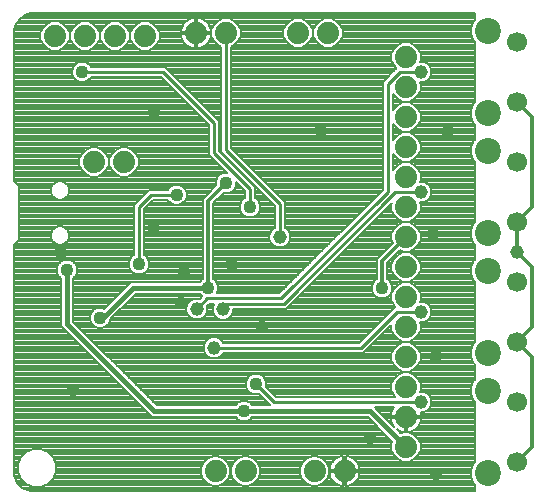
<source format=gbl>
G75*
%MOIN*%
%OFA0B0*%
%FSLAX25Y25*%
%IPPOS*%
%LPD*%
%AMOC8*
5,1,8,0,0,1.08239X$1,22.5*
%
%ADD10C,0.07400*%
%ADD11C,0.08661*%
%ADD12C,0.06693*%
%ADD13C,0.04362*%
%ADD14C,0.00800*%
%ADD15C,0.04559*%
%ADD16C,0.01000*%
%ADD17C,0.01200*%
%ADD18C,0.01600*%
D10*
X0081846Y0013400D03*
X0091846Y0013400D03*
X0114846Y0013400D03*
X0124846Y0013400D03*
X0145346Y0021400D03*
X0145346Y0031400D03*
X0145346Y0041400D03*
X0145346Y0051400D03*
X0145346Y0061400D03*
X0145346Y0071400D03*
X0145346Y0081400D03*
X0145346Y0091400D03*
X0145346Y0101400D03*
X0145346Y0111400D03*
X0145346Y0121400D03*
X0145346Y0131400D03*
X0145346Y0141400D03*
X0145346Y0151400D03*
X0119346Y0159400D03*
X0109346Y0159400D03*
X0085346Y0159400D03*
X0075346Y0159400D03*
X0058346Y0158400D03*
X0048346Y0158400D03*
X0038346Y0158400D03*
X0028346Y0158400D03*
X0041346Y0116400D03*
X0051346Y0116400D03*
D11*
X0172504Y0120180D03*
X0172504Y0132620D03*
X0172504Y0160180D03*
X0172504Y0092620D03*
X0172504Y0080180D03*
X0172504Y0052620D03*
X0172504Y0040180D03*
X0172504Y0012620D03*
D12*
X0182346Y0016557D03*
X0182346Y0036243D03*
X0182346Y0056557D03*
X0182346Y0076243D03*
X0182346Y0096557D03*
X0182346Y0116243D03*
X0182346Y0136557D03*
X0182346Y0156243D03*
D13*
X0159346Y0126400D03*
X0154346Y0092400D03*
X0137346Y0074400D03*
X0155346Y0051400D03*
X0133346Y0024400D03*
X0155346Y0012400D03*
X0097346Y0061400D03*
X0079346Y0074400D03*
X0071346Y0079400D03*
X0070346Y0069400D03*
X0056346Y0082400D03*
X0061346Y0094400D03*
X0068846Y0105440D03*
X0085346Y0109400D03*
X0093346Y0101400D03*
X0087346Y0082400D03*
X0043386Y0064439D03*
X0032346Y0080400D03*
X0030346Y0086400D03*
X0034346Y0040400D03*
X0091346Y0033400D03*
X0095346Y0042400D03*
X0116846Y0126900D03*
X0061346Y0133400D03*
X0037385Y0146438D03*
D14*
X0014854Y0011307D02*
X0015690Y0009289D01*
X0017235Y0007744D01*
X0019254Y0006908D01*
X0020346Y0006800D01*
X0168346Y0006800D01*
X0168346Y0008956D01*
X0167815Y0009488D01*
X0166973Y0011520D01*
X0166973Y0013721D01*
X0167815Y0015753D01*
X0168346Y0016285D01*
X0168346Y0036515D01*
X0167815Y0037047D01*
X0166973Y0039079D01*
X0166973Y0041280D01*
X0167815Y0043312D01*
X0168346Y0043844D01*
X0168346Y0048956D01*
X0167815Y0049488D01*
X0166973Y0051520D01*
X0166973Y0053721D01*
X0167815Y0055753D01*
X0168346Y0056285D01*
X0168346Y0076515D01*
X0167815Y0077047D01*
X0166973Y0079079D01*
X0166973Y0081280D01*
X0167815Y0083312D01*
X0168346Y0083844D01*
X0168346Y0088956D01*
X0167815Y0089488D01*
X0166973Y0091520D01*
X0166973Y0093721D01*
X0167815Y0095753D01*
X0168346Y0096285D01*
X0168346Y0116515D01*
X0167815Y0117047D01*
X0166973Y0119079D01*
X0166973Y0121280D01*
X0167815Y0123312D01*
X0168346Y0123844D01*
X0168346Y0128956D01*
X0167815Y0129488D01*
X0166973Y0131520D01*
X0166973Y0133721D01*
X0167815Y0135753D01*
X0168346Y0136285D01*
X0168346Y0156515D01*
X0167815Y0157047D01*
X0166973Y0159079D01*
X0166973Y0161280D01*
X0167815Y0163312D01*
X0168346Y0163844D01*
X0168346Y0166000D01*
X0021346Y0166000D01*
X0020314Y0165919D01*
X0018350Y0165281D01*
X0016680Y0164067D01*
X0015466Y0162396D01*
X0014828Y0160432D01*
X0014746Y0159400D01*
X0014746Y0109980D01*
X0015626Y0109100D01*
X0015626Y0109100D01*
X0016446Y0108280D01*
X0016446Y0090520D01*
X0014746Y0088820D01*
X0014746Y0012400D01*
X0014854Y0011307D01*
X0014992Y0010975D02*
X0016838Y0010975D01*
X0016921Y0010775D02*
X0018721Y0008974D01*
X0021073Y0008000D01*
X0023619Y0008000D01*
X0025972Y0008974D01*
X0027772Y0010775D01*
X0028746Y0013127D01*
X0028746Y0015673D01*
X0027772Y0018025D01*
X0025972Y0019826D01*
X0023619Y0020800D01*
X0021073Y0020800D01*
X0018721Y0019826D01*
X0016921Y0018025D01*
X0015946Y0015673D01*
X0015946Y0013127D01*
X0016921Y0010775D01*
X0017519Y0010176D02*
X0015323Y0010176D01*
X0015653Y0009378D02*
X0018318Y0009378D01*
X0019675Y0008579D02*
X0016400Y0008579D01*
X0017198Y0007781D02*
X0168346Y0007781D01*
X0168346Y0008579D02*
X0126513Y0008579D01*
X0126804Y0008674D02*
X0126041Y0008426D01*
X0125248Y0008300D01*
X0125246Y0008300D01*
X0125246Y0013000D01*
X0124446Y0013000D01*
X0119746Y0013000D01*
X0119746Y0012999D01*
X0119872Y0012206D01*
X0120120Y0011442D01*
X0120485Y0010727D01*
X0120956Y0010078D01*
X0121524Y0009510D01*
X0122173Y0009038D01*
X0122889Y0008674D01*
X0123652Y0008426D01*
X0124445Y0008300D01*
X0124446Y0008300D01*
X0124446Y0013000D01*
X0124446Y0013800D01*
X0119746Y0013800D01*
X0119746Y0013801D01*
X0119872Y0014594D01*
X0120120Y0015358D01*
X0120485Y0016073D01*
X0120956Y0016722D01*
X0121524Y0017290D01*
X0122173Y0017762D01*
X0122889Y0018126D01*
X0123652Y0018374D01*
X0124445Y0018500D01*
X0124446Y0018500D01*
X0124446Y0013800D01*
X0125246Y0013800D01*
X0125246Y0018500D01*
X0125248Y0018500D01*
X0126041Y0018374D01*
X0126804Y0018126D01*
X0127519Y0017762D01*
X0128169Y0017290D01*
X0128737Y0016722D01*
X0129208Y0016073D01*
X0129573Y0015358D01*
X0129821Y0014594D01*
X0129946Y0013801D01*
X0129946Y0013800D01*
X0125247Y0013800D01*
X0125247Y0013000D01*
X0129946Y0013000D01*
X0129946Y0012999D01*
X0129821Y0012206D01*
X0129573Y0011442D01*
X0129208Y0010727D01*
X0128737Y0010078D01*
X0128169Y0009510D01*
X0127519Y0009038D01*
X0126804Y0008674D01*
X0127987Y0009378D02*
X0167925Y0009378D01*
X0167530Y0010176D02*
X0128808Y0010176D01*
X0129335Y0010975D02*
X0167199Y0010975D01*
X0166973Y0011773D02*
X0129680Y0011773D01*
X0129879Y0012572D02*
X0166973Y0012572D01*
X0166973Y0013370D02*
X0125247Y0013370D01*
X0125246Y0012572D02*
X0124446Y0012572D01*
X0124446Y0013370D02*
X0119746Y0013370D01*
X0119746Y0012572D02*
X0119814Y0012572D01*
X0119746Y0012425D02*
X0119000Y0010624D01*
X0117622Y0009246D01*
X0115821Y0008500D01*
X0113872Y0008500D01*
X0112071Y0009246D01*
X0110692Y0010624D01*
X0109946Y0012425D01*
X0109946Y0014375D01*
X0110692Y0016176D01*
X0112071Y0017554D01*
X0113872Y0018300D01*
X0115821Y0018300D01*
X0117622Y0017554D01*
X0119000Y0016176D01*
X0119746Y0014375D01*
X0119746Y0012425D01*
X0120013Y0011773D02*
X0119476Y0011773D01*
X0119146Y0010975D02*
X0120358Y0010975D01*
X0120885Y0010176D02*
X0118552Y0010176D01*
X0117754Y0009378D02*
X0121706Y0009378D01*
X0123180Y0008579D02*
X0116012Y0008579D01*
X0113681Y0008579D02*
X0093012Y0008579D01*
X0092821Y0008500D02*
X0094622Y0009246D01*
X0096000Y0010624D01*
X0096746Y0012425D01*
X0096746Y0014375D01*
X0096000Y0016176D01*
X0094622Y0017554D01*
X0092821Y0018300D01*
X0090872Y0018300D01*
X0089071Y0017554D01*
X0087692Y0016176D01*
X0086946Y0014375D01*
X0086946Y0012425D01*
X0087692Y0010624D01*
X0089071Y0009246D01*
X0090872Y0008500D01*
X0092821Y0008500D01*
X0094754Y0009378D02*
X0111939Y0009378D01*
X0111141Y0010176D02*
X0095552Y0010176D01*
X0096146Y0010975D02*
X0110547Y0010975D01*
X0110217Y0011773D02*
X0096476Y0011773D01*
X0096746Y0012572D02*
X0109946Y0012572D01*
X0109946Y0013370D02*
X0096746Y0013370D01*
X0096746Y0014169D02*
X0109946Y0014169D01*
X0110192Y0014967D02*
X0096501Y0014967D01*
X0096170Y0015766D02*
X0110523Y0015766D01*
X0111081Y0016564D02*
X0095612Y0016564D01*
X0094813Y0017363D02*
X0111880Y0017363D01*
X0113537Y0018161D02*
X0093156Y0018161D01*
X0090537Y0018161D02*
X0083156Y0018161D01*
X0082821Y0018300D02*
X0080872Y0018300D01*
X0079071Y0017554D01*
X0077692Y0016176D01*
X0076946Y0014375D01*
X0076946Y0012425D01*
X0077692Y0010624D01*
X0079071Y0009246D01*
X0080872Y0008500D01*
X0082821Y0008500D01*
X0084622Y0009246D01*
X0086000Y0010624D01*
X0086746Y0012425D01*
X0086746Y0014375D01*
X0086000Y0016176D01*
X0084622Y0017554D01*
X0082821Y0018300D01*
X0084813Y0017363D02*
X0088880Y0017363D01*
X0088081Y0016564D02*
X0085612Y0016564D01*
X0086170Y0015766D02*
X0087523Y0015766D01*
X0087192Y0014967D02*
X0086501Y0014967D01*
X0086746Y0014169D02*
X0086946Y0014169D01*
X0086946Y0013370D02*
X0086746Y0013370D01*
X0086746Y0012572D02*
X0086946Y0012572D01*
X0087217Y0011773D02*
X0086476Y0011773D01*
X0086146Y0010975D02*
X0087547Y0010975D01*
X0088141Y0010176D02*
X0085552Y0010176D01*
X0084754Y0009378D02*
X0088939Y0009378D01*
X0090681Y0008579D02*
X0083012Y0008579D01*
X0080681Y0008579D02*
X0025018Y0008579D01*
X0026375Y0009378D02*
X0078939Y0009378D01*
X0078141Y0010176D02*
X0027174Y0010176D01*
X0027855Y0010975D02*
X0077547Y0010975D01*
X0077217Y0011773D02*
X0028186Y0011773D01*
X0028516Y0012572D02*
X0076946Y0012572D01*
X0076946Y0013370D02*
X0028746Y0013370D01*
X0028746Y0014169D02*
X0076946Y0014169D01*
X0077192Y0014967D02*
X0028746Y0014967D01*
X0028708Y0015766D02*
X0077523Y0015766D01*
X0078081Y0016564D02*
X0028377Y0016564D01*
X0028047Y0017363D02*
X0078880Y0017363D01*
X0080537Y0018161D02*
X0027636Y0018161D01*
X0026838Y0018960D02*
X0141053Y0018960D01*
X0141192Y0018624D02*
X0142571Y0017246D01*
X0144372Y0016500D01*
X0146321Y0016500D01*
X0148122Y0017246D01*
X0149500Y0018624D01*
X0150246Y0020425D01*
X0150246Y0022375D01*
X0149500Y0024176D01*
X0148122Y0025554D01*
X0146321Y0026300D01*
X0144372Y0026300D01*
X0143596Y0025979D01*
X0142174Y0027401D01*
X0142673Y0027038D01*
X0143389Y0026674D01*
X0144152Y0026426D01*
X0144945Y0026300D01*
X0144946Y0026300D01*
X0144946Y0031000D01*
X0140246Y0031000D01*
X0140246Y0030999D01*
X0140372Y0030206D01*
X0140620Y0029442D01*
X0140985Y0028727D01*
X0141348Y0028227D01*
X0135346Y0034228D01*
X0134875Y0034700D01*
X0141440Y0034700D01*
X0140985Y0034073D01*
X0140620Y0033358D01*
X0140372Y0032594D01*
X0140246Y0031801D01*
X0140246Y0031800D01*
X0144946Y0031800D01*
X0144946Y0031000D01*
X0145746Y0031000D01*
X0145746Y0026300D01*
X0145748Y0026300D01*
X0146541Y0026426D01*
X0147304Y0026674D01*
X0148019Y0027038D01*
X0148669Y0027510D01*
X0149237Y0028078D01*
X0149708Y0028727D01*
X0150073Y0029442D01*
X0150321Y0030206D01*
X0150446Y0030999D01*
X0150446Y0031000D01*
X0145747Y0031000D01*
X0145747Y0031800D01*
X0150446Y0031800D01*
X0150446Y0031801D01*
X0150321Y0032594D01*
X0150215Y0032920D01*
X0151039Y0032920D01*
X0152317Y0033450D01*
X0153296Y0034429D01*
X0153826Y0035708D01*
X0153826Y0037092D01*
X0153296Y0038371D01*
X0152317Y0039350D01*
X0151039Y0039880D01*
X0150020Y0039880D01*
X0150246Y0040425D01*
X0150246Y0042375D01*
X0149500Y0044176D01*
X0148122Y0045554D01*
X0146321Y0046300D01*
X0144372Y0046300D01*
X0142571Y0045554D01*
X0141192Y0044176D01*
X0140446Y0042375D01*
X0140446Y0040425D01*
X0141192Y0038624D01*
X0141717Y0038100D01*
X0102051Y0038100D01*
X0098638Y0041512D01*
X0098728Y0041727D01*
X0098728Y0043073D01*
X0098213Y0044315D01*
X0097262Y0045266D01*
X0096019Y0045781D01*
X0094674Y0045781D01*
X0093431Y0045266D01*
X0092480Y0044315D01*
X0091965Y0043073D01*
X0091965Y0041727D01*
X0092480Y0040485D01*
X0093431Y0039534D01*
X0094674Y0039019D01*
X0096019Y0039019D01*
X0096234Y0039108D01*
X0099646Y0035696D01*
X0099942Y0035400D01*
X0094128Y0035400D01*
X0093262Y0036266D01*
X0092019Y0036781D01*
X0090674Y0036781D01*
X0089431Y0036266D01*
X0088565Y0035400D01*
X0062175Y0035400D01*
X0034346Y0063228D01*
X0034346Y0077618D01*
X0035213Y0078485D01*
X0035728Y0079727D01*
X0035728Y0081073D01*
X0035213Y0082315D01*
X0034262Y0083266D01*
X0033019Y0083781D01*
X0031674Y0083781D01*
X0030431Y0083266D01*
X0029480Y0082315D01*
X0028965Y0081073D01*
X0028965Y0079727D01*
X0029480Y0078485D01*
X0030346Y0077618D01*
X0030346Y0061572D01*
X0060518Y0031400D01*
X0088565Y0031400D01*
X0089431Y0030534D01*
X0090674Y0030019D01*
X0092019Y0030019D01*
X0093262Y0030534D01*
X0094128Y0031400D01*
X0132518Y0031400D01*
X0140768Y0023150D01*
X0140446Y0022375D01*
X0140446Y0020425D01*
X0141192Y0018624D01*
X0141656Y0018161D02*
X0126697Y0018161D01*
X0125246Y0018161D02*
X0124446Y0018161D01*
X0124446Y0017363D02*
X0125246Y0017363D01*
X0125246Y0016564D02*
X0124446Y0016564D01*
X0124446Y0015766D02*
X0125246Y0015766D01*
X0125246Y0014967D02*
X0124446Y0014967D01*
X0124446Y0014169D02*
X0125246Y0014169D01*
X0128851Y0016564D02*
X0144217Y0016564D01*
X0142454Y0017363D02*
X0128069Y0017363D01*
X0129365Y0015766D02*
X0167828Y0015766D01*
X0167490Y0014967D02*
X0129700Y0014967D01*
X0129888Y0014169D02*
X0167159Y0014169D01*
X0168346Y0016564D02*
X0146476Y0016564D01*
X0148239Y0017363D02*
X0168346Y0017363D01*
X0168346Y0018161D02*
X0149037Y0018161D01*
X0149639Y0018960D02*
X0168346Y0018960D01*
X0168346Y0019758D02*
X0149970Y0019758D01*
X0150246Y0020557D02*
X0168346Y0020557D01*
X0168346Y0021355D02*
X0150246Y0021355D01*
X0150246Y0022154D02*
X0168346Y0022154D01*
X0168346Y0022952D02*
X0150007Y0022952D01*
X0149676Y0023751D02*
X0168346Y0023751D01*
X0168346Y0024549D02*
X0149127Y0024549D01*
X0148328Y0025348D02*
X0168346Y0025348D01*
X0168346Y0026146D02*
X0146692Y0026146D01*
X0145746Y0026945D02*
X0144946Y0026945D01*
X0144946Y0027743D02*
X0145746Y0027743D01*
X0145746Y0028542D02*
X0144946Y0028542D01*
X0144946Y0029340D02*
X0145746Y0029340D01*
X0145746Y0030139D02*
X0144946Y0030139D01*
X0144946Y0030937D02*
X0145746Y0030937D01*
X0145747Y0031736D02*
X0168346Y0031736D01*
X0168346Y0032534D02*
X0150330Y0032534D01*
X0150437Y0030937D02*
X0168346Y0030937D01*
X0168346Y0030139D02*
X0150299Y0030139D01*
X0150021Y0029340D02*
X0168346Y0029340D01*
X0168346Y0028542D02*
X0149574Y0028542D01*
X0148902Y0027743D02*
X0168346Y0027743D01*
X0168346Y0026945D02*
X0147837Y0026945D01*
X0144001Y0026146D02*
X0143428Y0026146D01*
X0142856Y0026945D02*
X0142630Y0026945D01*
X0141119Y0028542D02*
X0141033Y0028542D01*
X0140672Y0029340D02*
X0140234Y0029340D01*
X0140394Y0030139D02*
X0139436Y0030139D01*
X0138637Y0030937D02*
X0140256Y0030937D01*
X0140363Y0032534D02*
X0137040Y0032534D01*
X0137839Y0031736D02*
X0144946Y0031736D01*
X0141027Y0034132D02*
X0135443Y0034132D01*
X0136242Y0033333D02*
X0140612Y0033333D01*
X0141693Y0038124D02*
X0102027Y0038124D01*
X0101228Y0038923D02*
X0141069Y0038923D01*
X0140738Y0039721D02*
X0100430Y0039721D01*
X0099631Y0040520D02*
X0140446Y0040520D01*
X0140446Y0041318D02*
X0098832Y0041318D01*
X0098728Y0042117D02*
X0140446Y0042117D01*
X0140670Y0042915D02*
X0098728Y0042915D01*
X0098462Y0043714D02*
X0141001Y0043714D01*
X0141529Y0044512D02*
X0098016Y0044512D01*
X0097155Y0045311D02*
X0142327Y0045311D01*
X0143911Y0046109D02*
X0051466Y0046109D01*
X0052264Y0045311D02*
X0093538Y0045311D01*
X0092677Y0044512D02*
X0053063Y0044512D01*
X0053861Y0043714D02*
X0092231Y0043714D01*
X0091965Y0042915D02*
X0054660Y0042915D01*
X0055458Y0042117D02*
X0091965Y0042117D01*
X0092135Y0041318D02*
X0056257Y0041318D01*
X0057055Y0040520D02*
X0092466Y0040520D01*
X0093244Y0039721D02*
X0057854Y0039721D01*
X0058652Y0038923D02*
X0096420Y0038923D01*
X0097218Y0038124D02*
X0059451Y0038124D01*
X0060249Y0037326D02*
X0098017Y0037326D01*
X0098815Y0036527D02*
X0092632Y0036527D01*
X0093799Y0035729D02*
X0099614Y0035729D01*
X0093666Y0030937D02*
X0132981Y0030937D01*
X0133779Y0030139D02*
X0092309Y0030139D01*
X0090384Y0030139D02*
X0014746Y0030139D01*
X0014746Y0030937D02*
X0089027Y0030937D01*
X0088893Y0035729D02*
X0061846Y0035729D01*
X0061048Y0036527D02*
X0090061Y0036527D01*
X0083317Y0051503D02*
X0084296Y0052482D01*
X0084408Y0052753D01*
X0131103Y0052753D01*
X0132099Y0053748D01*
X0140446Y0062096D01*
X0140446Y0060425D01*
X0141192Y0058624D01*
X0142571Y0057246D01*
X0144372Y0056500D01*
X0146321Y0056500D01*
X0148122Y0057246D01*
X0149500Y0058624D01*
X0150246Y0060425D01*
X0150246Y0062375D01*
X0150020Y0062920D01*
X0151039Y0062920D01*
X0152317Y0063450D01*
X0153296Y0064429D01*
X0153826Y0065708D01*
X0153826Y0067092D01*
X0153296Y0068371D01*
X0152317Y0069350D01*
X0151039Y0069880D01*
X0150020Y0069880D01*
X0150246Y0070425D01*
X0150246Y0072375D01*
X0149500Y0074176D01*
X0148122Y0075554D01*
X0146321Y0076300D01*
X0144372Y0076300D01*
X0142571Y0075554D01*
X0141192Y0074176D01*
X0140446Y0072375D01*
X0140446Y0070425D01*
X0141192Y0068624D01*
X0141717Y0068100D01*
X0141642Y0068100D01*
X0129695Y0056153D01*
X0084408Y0056153D01*
X0084296Y0056424D01*
X0083317Y0057402D01*
X0082039Y0057932D01*
X0080654Y0057932D01*
X0079375Y0057402D01*
X0078397Y0056424D01*
X0077867Y0055145D01*
X0077867Y0053761D01*
X0078397Y0052482D01*
X0079375Y0051503D01*
X0080654Y0050973D01*
X0082039Y0050973D01*
X0083317Y0051503D01*
X0083513Y0051699D02*
X0140446Y0051699D01*
X0140446Y0052375D02*
X0140446Y0050425D01*
X0141192Y0048624D01*
X0142571Y0047246D01*
X0144372Y0046500D01*
X0146321Y0046500D01*
X0148122Y0047246D01*
X0149500Y0048624D01*
X0150246Y0050425D01*
X0150246Y0052375D01*
X0149500Y0054176D01*
X0148122Y0055554D01*
X0146321Y0056300D01*
X0144372Y0056300D01*
X0142571Y0055554D01*
X0141192Y0054176D01*
X0140446Y0052375D01*
X0140497Y0052497D02*
X0084303Y0052497D01*
X0084230Y0056490D02*
X0130032Y0056490D01*
X0130831Y0057288D02*
X0083432Y0057288D01*
X0079261Y0057288D02*
X0040287Y0057288D01*
X0041085Y0056490D02*
X0078463Y0056490D01*
X0078093Y0055691D02*
X0041884Y0055691D01*
X0042682Y0054893D02*
X0077867Y0054893D01*
X0077867Y0054094D02*
X0043481Y0054094D01*
X0044279Y0053296D02*
X0078059Y0053296D01*
X0078390Y0052497D02*
X0045078Y0052497D01*
X0045876Y0051699D02*
X0079180Y0051699D01*
X0076299Y0063920D02*
X0074915Y0063920D01*
X0073636Y0064450D01*
X0072657Y0065429D01*
X0072128Y0066708D01*
X0072128Y0068092D01*
X0072657Y0069371D01*
X0073636Y0070350D01*
X0074915Y0070880D01*
X0076299Y0070880D01*
X0076570Y0070767D01*
X0077384Y0071581D01*
X0076565Y0072400D01*
X0055175Y0072400D01*
X0046767Y0063992D01*
X0046767Y0063767D01*
X0046252Y0062524D01*
X0045301Y0061573D01*
X0044058Y0061058D01*
X0042713Y0061058D01*
X0041470Y0061573D01*
X0040519Y0062524D01*
X0040004Y0063767D01*
X0040004Y0065112D01*
X0040519Y0066354D01*
X0041470Y0067305D01*
X0042713Y0067820D01*
X0044058Y0067820D01*
X0044680Y0067562D01*
X0052346Y0075228D01*
X0053518Y0076400D01*
X0076565Y0076400D01*
X0077431Y0077266D01*
X0077546Y0077314D01*
X0077546Y0104146D01*
X0078601Y0105200D01*
X0082013Y0108612D01*
X0081965Y0108727D01*
X0081965Y0110073D01*
X0082480Y0111315D01*
X0083431Y0112266D01*
X0084674Y0112781D01*
X0085561Y0112781D01*
X0079646Y0118696D01*
X0079646Y0128696D01*
X0063604Y0144738D01*
X0040340Y0144738D01*
X0040251Y0144523D01*
X0039300Y0143572D01*
X0038057Y0143057D01*
X0036712Y0143057D01*
X0035470Y0143572D01*
X0034519Y0144523D01*
X0034004Y0145766D01*
X0034004Y0147111D01*
X0034519Y0148354D01*
X0035470Y0149305D01*
X0036712Y0149820D01*
X0038057Y0149820D01*
X0039300Y0149305D01*
X0040251Y0148354D01*
X0040340Y0148138D01*
X0065012Y0148138D01*
X0066008Y0147143D01*
X0083046Y0130104D01*
X0083046Y0120104D01*
X0095046Y0108104D01*
X0095046Y0104355D01*
X0095262Y0104266D01*
X0096213Y0103315D01*
X0096728Y0102073D01*
X0096728Y0100727D01*
X0096213Y0099485D01*
X0095262Y0098534D01*
X0094019Y0098019D01*
X0092674Y0098019D01*
X0091431Y0098534D01*
X0090480Y0099485D01*
X0089965Y0100727D01*
X0089965Y0102073D01*
X0090480Y0103315D01*
X0091431Y0104266D01*
X0091646Y0104355D01*
X0091646Y0106696D01*
X0088728Y0109615D01*
X0088728Y0108727D01*
X0088213Y0107485D01*
X0087262Y0106534D01*
X0086019Y0106019D01*
X0084674Y0106019D01*
X0084559Y0106067D01*
X0081146Y0102654D01*
X0081146Y0077314D01*
X0081262Y0077266D01*
X0082213Y0076315D01*
X0082728Y0075073D01*
X0082728Y0073727D01*
X0082268Y0072619D01*
X0103084Y0072619D01*
X0137608Y0107143D01*
X0137608Y0143137D01*
X0142144Y0147673D01*
X0141192Y0148624D01*
X0140446Y0150425D01*
X0140446Y0152375D01*
X0141192Y0154176D01*
X0142571Y0155554D01*
X0144372Y0156300D01*
X0146321Y0156300D01*
X0148122Y0155554D01*
X0149500Y0154176D01*
X0150246Y0152375D01*
X0150246Y0150425D01*
X0150020Y0149880D01*
X0151039Y0149880D01*
X0152317Y0149350D01*
X0153296Y0148371D01*
X0153826Y0147092D01*
X0153826Y0145708D01*
X0153296Y0144429D01*
X0152317Y0143450D01*
X0151039Y0142920D01*
X0150020Y0142920D01*
X0150246Y0142375D01*
X0150246Y0140425D01*
X0149500Y0138624D01*
X0148122Y0137246D01*
X0146321Y0136500D01*
X0144372Y0136500D01*
X0142571Y0137246D01*
X0141192Y0138624D01*
X0141008Y0139070D01*
X0141008Y0133730D01*
X0141192Y0134176D01*
X0142571Y0135554D01*
X0144372Y0136300D01*
X0146321Y0136300D01*
X0148122Y0135554D01*
X0149500Y0134176D01*
X0150246Y0132375D01*
X0150246Y0130425D01*
X0149500Y0128624D01*
X0148122Y0127246D01*
X0146321Y0126500D01*
X0144372Y0126500D01*
X0142571Y0127246D01*
X0141192Y0128624D01*
X0141008Y0129070D01*
X0141008Y0123730D01*
X0141192Y0124176D01*
X0142571Y0125554D01*
X0144372Y0126300D01*
X0146321Y0126300D01*
X0148122Y0125554D01*
X0149500Y0124176D01*
X0150246Y0122375D01*
X0150246Y0120425D01*
X0149500Y0118624D01*
X0148122Y0117246D01*
X0146321Y0116500D01*
X0144372Y0116500D01*
X0142571Y0117246D01*
X0141192Y0118624D01*
X0141008Y0119070D01*
X0141008Y0113730D01*
X0141192Y0114176D01*
X0142571Y0115554D01*
X0144372Y0116300D01*
X0146321Y0116300D01*
X0148122Y0115554D01*
X0149500Y0114176D01*
X0150246Y0112375D01*
X0150246Y0110425D01*
X0150020Y0109880D01*
X0151039Y0109880D01*
X0152317Y0109350D01*
X0153296Y0108371D01*
X0153826Y0107092D01*
X0153826Y0105708D01*
X0153296Y0104429D01*
X0152317Y0103450D01*
X0151039Y0102920D01*
X0150020Y0102920D01*
X0150246Y0102375D01*
X0150246Y0100425D01*
X0149500Y0098624D01*
X0148122Y0097246D01*
X0146321Y0096500D01*
X0144372Y0096500D01*
X0142571Y0097246D01*
X0141192Y0098624D01*
X0140446Y0100425D01*
X0140446Y0102375D01*
X0140625Y0102806D01*
X0106234Y0068415D01*
X0105238Y0067419D01*
X0087826Y0067419D01*
X0087826Y0066647D01*
X0087296Y0065368D01*
X0086317Y0064390D01*
X0085039Y0063860D01*
X0083654Y0063860D01*
X0082375Y0064390D01*
X0081397Y0065368D01*
X0080867Y0066647D01*
X0080867Y0068031D01*
X0081359Y0069219D01*
X0079830Y0069219D01*
X0078974Y0068363D01*
X0079087Y0068092D01*
X0079087Y0066708D01*
X0078557Y0065429D01*
X0077578Y0064450D01*
X0076299Y0063920D01*
X0077603Y0064475D02*
X0082290Y0064475D01*
X0081492Y0065273D02*
X0078401Y0065273D01*
X0078823Y0066072D02*
X0081105Y0066072D01*
X0080867Y0066870D02*
X0079087Y0066870D01*
X0079087Y0067669D02*
X0080867Y0067669D01*
X0081048Y0068468D02*
X0079079Y0068468D01*
X0076666Y0070863D02*
X0076339Y0070863D01*
X0077303Y0071662D02*
X0054436Y0071662D01*
X0053638Y0070863D02*
X0074875Y0070863D01*
X0073351Y0070065D02*
X0052839Y0070065D01*
X0052041Y0069266D02*
X0072614Y0069266D01*
X0072283Y0068468D02*
X0051242Y0068468D01*
X0050444Y0067669D02*
X0072128Y0067669D01*
X0072128Y0066870D02*
X0049645Y0066870D01*
X0048847Y0066072D02*
X0072391Y0066072D01*
X0072813Y0065273D02*
X0048048Y0065273D01*
X0047250Y0064475D02*
X0073611Y0064475D01*
X0082533Y0073259D02*
X0103724Y0073259D01*
X0104522Y0074057D02*
X0082728Y0074057D01*
X0082728Y0074856D02*
X0105321Y0074856D01*
X0106119Y0075654D02*
X0082487Y0075654D01*
X0082075Y0076453D02*
X0106918Y0076453D01*
X0107716Y0077251D02*
X0081277Y0077251D01*
X0081146Y0078050D02*
X0108515Y0078050D01*
X0109313Y0078848D02*
X0081146Y0078848D01*
X0081146Y0079647D02*
X0110112Y0079647D01*
X0110911Y0080445D02*
X0081146Y0080445D01*
X0081146Y0081244D02*
X0111709Y0081244D01*
X0112508Y0082042D02*
X0081146Y0082042D01*
X0081146Y0082841D02*
X0113306Y0082841D01*
X0114105Y0083639D02*
X0081146Y0083639D01*
X0081146Y0084438D02*
X0114903Y0084438D01*
X0115702Y0085236D02*
X0081146Y0085236D01*
X0081146Y0086035D02*
X0116500Y0086035D01*
X0117299Y0086833D02*
X0081146Y0086833D01*
X0081146Y0087632D02*
X0118097Y0087632D01*
X0118896Y0088430D02*
X0105032Y0088430D01*
X0105248Y0088520D02*
X0103969Y0087990D01*
X0102585Y0087990D01*
X0101306Y0088520D01*
X0100327Y0089499D01*
X0099797Y0090777D01*
X0099797Y0092162D01*
X0100327Y0093441D01*
X0101306Y0094419D01*
X0101577Y0094532D01*
X0101577Y0101765D01*
X0084642Y0118700D01*
X0084642Y0118700D01*
X0083646Y0119696D01*
X0083646Y0154800D01*
X0082571Y0155246D01*
X0081192Y0156624D01*
X0080446Y0158425D01*
X0080446Y0160375D01*
X0081192Y0162176D01*
X0082571Y0163554D01*
X0084372Y0164300D01*
X0086321Y0164300D01*
X0088122Y0163554D01*
X0089500Y0162176D01*
X0090246Y0160375D01*
X0090246Y0158425D01*
X0089500Y0156624D01*
X0088122Y0155246D01*
X0087046Y0154800D01*
X0087046Y0121104D01*
X0103981Y0104170D01*
X0103981Y0104170D01*
X0104977Y0103174D01*
X0104977Y0094532D01*
X0105248Y0094419D01*
X0106227Y0093441D01*
X0106756Y0092162D01*
X0106756Y0090777D01*
X0106227Y0089499D01*
X0105248Y0088520D01*
X0105957Y0089229D02*
X0119694Y0089229D01*
X0120493Y0090027D02*
X0106446Y0090027D01*
X0106756Y0090826D02*
X0121291Y0090826D01*
X0122090Y0091624D02*
X0106756Y0091624D01*
X0106648Y0092423D02*
X0122888Y0092423D01*
X0123687Y0093221D02*
X0106317Y0093221D01*
X0105647Y0094020D02*
X0124485Y0094020D01*
X0125284Y0094818D02*
X0104977Y0094818D01*
X0104977Y0095617D02*
X0126082Y0095617D01*
X0126881Y0096415D02*
X0104977Y0096415D01*
X0104977Y0097214D02*
X0127679Y0097214D01*
X0128478Y0098012D02*
X0104977Y0098012D01*
X0104977Y0098811D02*
X0129276Y0098811D01*
X0130075Y0099609D02*
X0104977Y0099609D01*
X0104977Y0100408D02*
X0130873Y0100408D01*
X0131672Y0101206D02*
X0104977Y0101206D01*
X0104977Y0102005D02*
X0132470Y0102005D01*
X0133269Y0102803D02*
X0104977Y0102803D01*
X0104549Y0103602D02*
X0134067Y0103602D01*
X0134866Y0104401D02*
X0103750Y0104401D01*
X0102952Y0105199D02*
X0135664Y0105199D01*
X0136463Y0105998D02*
X0102153Y0105998D01*
X0101355Y0106796D02*
X0137261Y0106796D01*
X0137608Y0107595D02*
X0100556Y0107595D01*
X0099758Y0108393D02*
X0137608Y0108393D01*
X0137608Y0109192D02*
X0098959Y0109192D01*
X0098160Y0109990D02*
X0137608Y0109990D01*
X0137608Y0110789D02*
X0097362Y0110789D01*
X0096563Y0111587D02*
X0137608Y0111587D01*
X0137608Y0112386D02*
X0095765Y0112386D01*
X0094966Y0113184D02*
X0137608Y0113184D01*
X0137608Y0113983D02*
X0094168Y0113983D01*
X0093369Y0114781D02*
X0137608Y0114781D01*
X0137608Y0115580D02*
X0092571Y0115580D01*
X0091772Y0116378D02*
X0137608Y0116378D01*
X0137608Y0117177D02*
X0090974Y0117177D01*
X0090175Y0117975D02*
X0137608Y0117975D01*
X0137608Y0118774D02*
X0089377Y0118774D01*
X0088578Y0119572D02*
X0137608Y0119572D01*
X0137608Y0120371D02*
X0087780Y0120371D01*
X0087046Y0121169D02*
X0137608Y0121169D01*
X0137608Y0121968D02*
X0087046Y0121968D01*
X0087046Y0122766D02*
X0137608Y0122766D01*
X0137608Y0123565D02*
X0087046Y0123565D01*
X0087046Y0124363D02*
X0137608Y0124363D01*
X0137608Y0125162D02*
X0087046Y0125162D01*
X0087046Y0125960D02*
X0137608Y0125960D01*
X0137608Y0126759D02*
X0087046Y0126759D01*
X0087046Y0127557D02*
X0137608Y0127557D01*
X0137608Y0128356D02*
X0087046Y0128356D01*
X0087046Y0129154D02*
X0137608Y0129154D01*
X0137608Y0129953D02*
X0087046Y0129953D01*
X0087046Y0130751D02*
X0137608Y0130751D01*
X0137608Y0131550D02*
X0087046Y0131550D01*
X0087046Y0132348D02*
X0137608Y0132348D01*
X0137608Y0133147D02*
X0087046Y0133147D01*
X0087046Y0133945D02*
X0137608Y0133945D01*
X0137608Y0134744D02*
X0087046Y0134744D01*
X0087046Y0135542D02*
X0137608Y0135542D01*
X0137608Y0136341D02*
X0087046Y0136341D01*
X0087046Y0137139D02*
X0137608Y0137139D01*
X0137608Y0137938D02*
X0087046Y0137938D01*
X0087046Y0138737D02*
X0137608Y0138737D01*
X0137608Y0139535D02*
X0087046Y0139535D01*
X0087046Y0140334D02*
X0137608Y0140334D01*
X0137608Y0141132D02*
X0087046Y0141132D01*
X0087046Y0141931D02*
X0137608Y0141931D01*
X0137608Y0142729D02*
X0087046Y0142729D01*
X0087046Y0143528D02*
X0137999Y0143528D01*
X0138797Y0144326D02*
X0087046Y0144326D01*
X0087046Y0145125D02*
X0139596Y0145125D01*
X0140394Y0145923D02*
X0087046Y0145923D01*
X0087046Y0146722D02*
X0141193Y0146722D01*
X0141991Y0147520D02*
X0087046Y0147520D01*
X0087046Y0148319D02*
X0141498Y0148319D01*
X0140988Y0149117D02*
X0087046Y0149117D01*
X0087046Y0149916D02*
X0140658Y0149916D01*
X0140446Y0150714D02*
X0087046Y0150714D01*
X0087046Y0151513D02*
X0140446Y0151513D01*
X0140446Y0152311D02*
X0087046Y0152311D01*
X0087046Y0153110D02*
X0140751Y0153110D01*
X0141082Y0153908D02*
X0087046Y0153908D01*
X0087046Y0154707D02*
X0107873Y0154707D01*
X0108372Y0154500D02*
X0110321Y0154500D01*
X0112122Y0155246D01*
X0113500Y0156624D01*
X0114246Y0158425D01*
X0114246Y0160375D01*
X0113500Y0162176D01*
X0112122Y0163554D01*
X0110321Y0164300D01*
X0108372Y0164300D01*
X0106571Y0163554D01*
X0105192Y0162176D01*
X0104446Y0160375D01*
X0104446Y0158425D01*
X0105192Y0156624D01*
X0106571Y0155246D01*
X0108372Y0154500D01*
X0106312Y0155505D02*
X0088381Y0155505D01*
X0089180Y0156304D02*
X0105513Y0156304D01*
X0104994Y0157102D02*
X0089698Y0157102D01*
X0090029Y0157901D02*
X0104664Y0157901D01*
X0104446Y0158699D02*
X0090246Y0158699D01*
X0090246Y0159498D02*
X0104446Y0159498D01*
X0104446Y0160296D02*
X0090246Y0160296D01*
X0089948Y0161095D02*
X0104745Y0161095D01*
X0105076Y0161893D02*
X0089617Y0161893D01*
X0088984Y0162692D02*
X0105709Y0162692D01*
X0106507Y0163490D02*
X0088186Y0163490D01*
X0086348Y0164289D02*
X0108345Y0164289D01*
X0110348Y0164289D02*
X0118345Y0164289D01*
X0118372Y0164300D02*
X0116571Y0163554D01*
X0115192Y0162176D01*
X0114446Y0160375D01*
X0114446Y0158425D01*
X0115192Y0156624D01*
X0116571Y0155246D01*
X0118372Y0154500D01*
X0120321Y0154500D01*
X0122122Y0155246D01*
X0123500Y0156624D01*
X0124246Y0158425D01*
X0124246Y0160375D01*
X0123500Y0162176D01*
X0122122Y0163554D01*
X0120321Y0164300D01*
X0118372Y0164300D01*
X0120348Y0164289D02*
X0168346Y0164289D01*
X0168346Y0165087D02*
X0018084Y0165087D01*
X0016985Y0164289D02*
X0073889Y0164289D01*
X0074152Y0164374D02*
X0073389Y0164126D01*
X0072673Y0163762D01*
X0072024Y0163290D01*
X0071456Y0162722D01*
X0070985Y0162073D01*
X0070620Y0161358D01*
X0070372Y0160594D01*
X0070246Y0159801D01*
X0070246Y0159800D01*
X0074946Y0159800D01*
X0074946Y0159000D01*
X0070246Y0159000D01*
X0070246Y0158999D01*
X0070372Y0158206D01*
X0070620Y0157442D01*
X0070985Y0156727D01*
X0071456Y0156078D01*
X0072024Y0155510D01*
X0072673Y0155038D01*
X0073389Y0154674D01*
X0074152Y0154426D01*
X0074945Y0154300D01*
X0074946Y0154300D01*
X0074946Y0159000D01*
X0075746Y0159000D01*
X0075746Y0154300D01*
X0075748Y0154300D01*
X0076541Y0154426D01*
X0077304Y0154674D01*
X0078019Y0155038D01*
X0078669Y0155510D01*
X0079237Y0156078D01*
X0079708Y0156727D01*
X0080073Y0157442D01*
X0080321Y0158206D01*
X0080446Y0158999D01*
X0080446Y0159000D01*
X0075747Y0159000D01*
X0075747Y0159800D01*
X0080446Y0159800D01*
X0080446Y0159801D01*
X0080321Y0160594D01*
X0080073Y0161358D01*
X0079708Y0162073D01*
X0079237Y0162722D01*
X0078669Y0163290D01*
X0078019Y0163762D01*
X0077304Y0164126D01*
X0076541Y0164374D01*
X0075748Y0164500D01*
X0075746Y0164500D01*
X0075746Y0159800D01*
X0074946Y0159800D01*
X0074946Y0164500D01*
X0074945Y0164500D01*
X0074152Y0164374D01*
X0074946Y0164289D02*
X0075746Y0164289D01*
X0075746Y0163490D02*
X0074946Y0163490D01*
X0074946Y0162692D02*
X0075746Y0162692D01*
X0075746Y0161893D02*
X0074946Y0161893D01*
X0074946Y0161095D02*
X0075746Y0161095D01*
X0075746Y0160296D02*
X0074946Y0160296D01*
X0074946Y0159498D02*
X0063195Y0159498D01*
X0063246Y0159375D02*
X0062500Y0161176D01*
X0061122Y0162554D01*
X0059321Y0163300D01*
X0057372Y0163300D01*
X0055571Y0162554D01*
X0054192Y0161176D01*
X0053446Y0159375D01*
X0053446Y0157425D01*
X0054192Y0155624D01*
X0055571Y0154246D01*
X0057372Y0153500D01*
X0059321Y0153500D01*
X0061122Y0154246D01*
X0062500Y0155624D01*
X0063246Y0157425D01*
X0063246Y0159375D01*
X0063246Y0158699D02*
X0070294Y0158699D01*
X0070471Y0157901D02*
X0063246Y0157901D01*
X0063113Y0157102D02*
X0070793Y0157102D01*
X0071292Y0156304D02*
X0062782Y0156304D01*
X0062381Y0155505D02*
X0072030Y0155505D01*
X0073324Y0154707D02*
X0061583Y0154707D01*
X0060307Y0153908D02*
X0083646Y0153908D01*
X0083646Y0153110D02*
X0014746Y0153110D01*
X0014746Y0153908D02*
X0026386Y0153908D01*
X0025571Y0154246D02*
X0027372Y0153500D01*
X0029321Y0153500D01*
X0031122Y0154246D01*
X0032500Y0155624D01*
X0033246Y0157425D01*
X0033246Y0159375D01*
X0032500Y0161176D01*
X0031122Y0162554D01*
X0029321Y0163300D01*
X0027372Y0163300D01*
X0025571Y0162554D01*
X0024192Y0161176D01*
X0023446Y0159375D01*
X0023446Y0157425D01*
X0024192Y0155624D01*
X0025571Y0154246D01*
X0025110Y0154707D02*
X0014746Y0154707D01*
X0014746Y0155505D02*
X0024312Y0155505D01*
X0023911Y0156304D02*
X0014746Y0156304D01*
X0014746Y0157102D02*
X0023580Y0157102D01*
X0023446Y0157901D02*
X0014746Y0157901D01*
X0014746Y0158699D02*
X0023446Y0158699D01*
X0023497Y0159498D02*
X0014754Y0159498D01*
X0014817Y0160296D02*
X0023828Y0160296D01*
X0024159Y0161095D02*
X0015043Y0161095D01*
X0015302Y0161893D02*
X0024910Y0161893D01*
X0025904Y0162692D02*
X0015680Y0162692D01*
X0016261Y0163490D02*
X0072300Y0163490D01*
X0071434Y0162692D02*
X0060789Y0162692D01*
X0061783Y0161893D02*
X0070893Y0161893D01*
X0070535Y0161095D02*
X0062534Y0161095D01*
X0062865Y0160296D02*
X0070325Y0160296D01*
X0074946Y0158699D02*
X0075746Y0158699D01*
X0075746Y0157901D02*
X0074946Y0157901D01*
X0074946Y0157102D02*
X0075746Y0157102D01*
X0075746Y0156304D02*
X0074946Y0156304D01*
X0074946Y0155505D02*
X0075746Y0155505D01*
X0075746Y0154707D02*
X0074946Y0154707D01*
X0077369Y0154707D02*
X0083646Y0154707D01*
X0082312Y0155505D02*
X0078662Y0155505D01*
X0079401Y0156304D02*
X0081513Y0156304D01*
X0080994Y0157102D02*
X0079900Y0157102D01*
X0080222Y0157901D02*
X0080664Y0157901D01*
X0080446Y0158699D02*
X0080399Y0158699D01*
X0080446Y0159498D02*
X0075747Y0159498D01*
X0080368Y0160296D02*
X0080446Y0160296D01*
X0080158Y0161095D02*
X0080745Y0161095D01*
X0081076Y0161893D02*
X0079800Y0161893D01*
X0079259Y0162692D02*
X0081709Y0162692D01*
X0082507Y0163490D02*
X0078393Y0163490D01*
X0076804Y0164289D02*
X0084345Y0164289D01*
X0083646Y0152311D02*
X0014746Y0152311D01*
X0014746Y0151513D02*
X0083646Y0151513D01*
X0083646Y0150714D02*
X0014746Y0150714D01*
X0014746Y0149916D02*
X0083646Y0149916D01*
X0083646Y0149117D02*
X0039488Y0149117D01*
X0040266Y0148319D02*
X0083646Y0148319D01*
X0083646Y0147520D02*
X0065630Y0147520D01*
X0066429Y0146722D02*
X0083646Y0146722D01*
X0083646Y0145923D02*
X0067227Y0145923D01*
X0068026Y0145125D02*
X0083646Y0145125D01*
X0083646Y0144326D02*
X0068825Y0144326D01*
X0069623Y0143528D02*
X0083646Y0143528D01*
X0083646Y0142729D02*
X0070422Y0142729D01*
X0071220Y0141931D02*
X0083646Y0141931D01*
X0083646Y0141132D02*
X0072019Y0141132D01*
X0072817Y0140334D02*
X0083646Y0140334D01*
X0083646Y0139535D02*
X0073616Y0139535D01*
X0074414Y0138737D02*
X0083646Y0138737D01*
X0083646Y0137938D02*
X0075213Y0137938D01*
X0076011Y0137139D02*
X0083646Y0137139D01*
X0083646Y0136341D02*
X0076810Y0136341D01*
X0077608Y0135542D02*
X0083646Y0135542D01*
X0083646Y0134744D02*
X0078407Y0134744D01*
X0079205Y0133945D02*
X0083646Y0133945D01*
X0083646Y0133147D02*
X0080004Y0133147D01*
X0080802Y0132348D02*
X0083646Y0132348D01*
X0083646Y0131550D02*
X0081601Y0131550D01*
X0082399Y0130751D02*
X0083646Y0130751D01*
X0083646Y0129953D02*
X0083046Y0129953D01*
X0083046Y0129154D02*
X0083646Y0129154D01*
X0083646Y0128356D02*
X0083046Y0128356D01*
X0083046Y0127557D02*
X0083646Y0127557D01*
X0083646Y0126759D02*
X0083046Y0126759D01*
X0083046Y0125960D02*
X0083646Y0125960D01*
X0083646Y0125162D02*
X0083046Y0125162D01*
X0083046Y0124363D02*
X0083646Y0124363D01*
X0083646Y0123565D02*
X0083046Y0123565D01*
X0083046Y0122766D02*
X0083646Y0122766D01*
X0083646Y0121968D02*
X0083046Y0121968D01*
X0083046Y0121169D02*
X0083646Y0121169D01*
X0083646Y0120371D02*
X0083046Y0120371D01*
X0083578Y0119572D02*
X0083770Y0119572D01*
X0084377Y0118774D02*
X0084569Y0118774D01*
X0085175Y0117975D02*
X0085367Y0117975D01*
X0085974Y0117177D02*
X0086166Y0117177D01*
X0086772Y0116378D02*
X0086964Y0116378D01*
X0087571Y0115580D02*
X0087763Y0115580D01*
X0088369Y0114781D02*
X0088561Y0114781D01*
X0089168Y0113983D02*
X0089360Y0113983D01*
X0089966Y0113184D02*
X0090158Y0113184D01*
X0090765Y0112386D02*
X0090957Y0112386D01*
X0091563Y0111587D02*
X0091755Y0111587D01*
X0092362Y0110789D02*
X0092554Y0110789D01*
X0093161Y0109990D02*
X0093352Y0109990D01*
X0093959Y0109192D02*
X0094151Y0109192D01*
X0094758Y0108393D02*
X0094949Y0108393D01*
X0095046Y0107595D02*
X0095748Y0107595D01*
X0095046Y0106796D02*
X0096546Y0106796D01*
X0097345Y0105998D02*
X0095046Y0105998D01*
X0095046Y0105199D02*
X0098143Y0105199D01*
X0098942Y0104401D02*
X0095046Y0104401D01*
X0095926Y0103602D02*
X0099740Y0103602D01*
X0100539Y0102803D02*
X0096425Y0102803D01*
X0096728Y0102005D02*
X0101337Y0102005D01*
X0101577Y0101206D02*
X0096728Y0101206D01*
X0096595Y0100408D02*
X0101577Y0100408D01*
X0101577Y0099609D02*
X0096264Y0099609D01*
X0095539Y0098811D02*
X0101577Y0098811D01*
X0101577Y0098012D02*
X0081146Y0098012D01*
X0081146Y0097214D02*
X0101577Y0097214D01*
X0101577Y0096415D02*
X0081146Y0096415D01*
X0081146Y0095617D02*
X0101577Y0095617D01*
X0101577Y0094818D02*
X0081146Y0094818D01*
X0081146Y0094020D02*
X0100906Y0094020D01*
X0100236Y0093221D02*
X0081146Y0093221D01*
X0081146Y0092423D02*
X0099905Y0092423D01*
X0099797Y0091624D02*
X0081146Y0091624D01*
X0081146Y0090826D02*
X0099797Y0090826D01*
X0100108Y0090027D02*
X0081146Y0090027D01*
X0081146Y0089229D02*
X0100597Y0089229D01*
X0101522Y0088430D02*
X0081146Y0088430D01*
X0077546Y0088430D02*
X0058046Y0088430D01*
X0058046Y0087632D02*
X0077546Y0087632D01*
X0077546Y0086833D02*
X0058046Y0086833D01*
X0058046Y0086035D02*
X0077546Y0086035D01*
X0077546Y0085236D02*
X0058292Y0085236D01*
X0058262Y0085266D02*
X0058046Y0085355D01*
X0058046Y0100696D01*
X0061051Y0103700D01*
X0065908Y0103700D01*
X0065980Y0103525D01*
X0066931Y0102574D01*
X0068174Y0102059D01*
X0069519Y0102059D01*
X0070762Y0102574D01*
X0071713Y0103525D01*
X0072228Y0104768D01*
X0072228Y0106113D01*
X0071713Y0107355D01*
X0070762Y0108307D01*
X0069519Y0108821D01*
X0068174Y0108821D01*
X0066931Y0108307D01*
X0065980Y0107355D01*
X0065874Y0107100D01*
X0059642Y0107100D01*
X0058646Y0106104D01*
X0054646Y0102104D01*
X0054646Y0085355D01*
X0054431Y0085266D01*
X0053480Y0084315D01*
X0052965Y0083073D01*
X0052965Y0081727D01*
X0053480Y0080485D01*
X0054431Y0079534D01*
X0055674Y0079019D01*
X0057019Y0079019D01*
X0058262Y0079534D01*
X0059213Y0080485D01*
X0059728Y0081727D01*
X0059728Y0083073D01*
X0059213Y0084315D01*
X0058262Y0085266D01*
X0059090Y0084438D02*
X0077546Y0084438D01*
X0077546Y0083639D02*
X0059493Y0083639D01*
X0059728Y0082841D02*
X0077546Y0082841D01*
X0077546Y0082042D02*
X0059728Y0082042D01*
X0059527Y0081244D02*
X0077546Y0081244D01*
X0077546Y0080445D02*
X0059173Y0080445D01*
X0058375Y0079647D02*
X0077546Y0079647D01*
X0077546Y0078848D02*
X0035363Y0078848D01*
X0035694Y0079647D02*
X0054318Y0079647D01*
X0053520Y0080445D02*
X0035728Y0080445D01*
X0035657Y0081244D02*
X0053166Y0081244D01*
X0052965Y0082042D02*
X0035326Y0082042D01*
X0034687Y0082841D02*
X0052965Y0082841D01*
X0053200Y0083639D02*
X0033362Y0083639D01*
X0031331Y0083639D02*
X0014746Y0083639D01*
X0014746Y0082841D02*
X0030006Y0082841D01*
X0029367Y0082042D02*
X0014746Y0082042D01*
X0014746Y0081244D02*
X0029036Y0081244D01*
X0028965Y0080445D02*
X0014746Y0080445D01*
X0014746Y0079647D02*
X0028999Y0079647D01*
X0029330Y0078848D02*
X0014746Y0078848D01*
X0014746Y0078050D02*
X0029915Y0078050D01*
X0030346Y0077251D02*
X0014746Y0077251D01*
X0014746Y0076453D02*
X0030346Y0076453D01*
X0030346Y0075654D02*
X0014746Y0075654D01*
X0014746Y0074856D02*
X0030346Y0074856D01*
X0030346Y0074057D02*
X0014746Y0074057D01*
X0014746Y0073259D02*
X0030346Y0073259D01*
X0030346Y0072460D02*
X0014746Y0072460D01*
X0014746Y0071662D02*
X0030346Y0071662D01*
X0030346Y0070863D02*
X0014746Y0070863D01*
X0014746Y0070065D02*
X0030346Y0070065D01*
X0030346Y0069266D02*
X0014746Y0069266D01*
X0014746Y0068468D02*
X0030346Y0068468D01*
X0030346Y0067669D02*
X0014746Y0067669D01*
X0014746Y0066870D02*
X0030346Y0066870D01*
X0030346Y0066072D02*
X0014746Y0066072D01*
X0014746Y0065273D02*
X0030346Y0065273D01*
X0030346Y0064475D02*
X0014746Y0064475D01*
X0014746Y0063676D02*
X0030346Y0063676D01*
X0030346Y0062878D02*
X0014746Y0062878D01*
X0014746Y0062079D02*
X0030346Y0062079D01*
X0030637Y0061281D02*
X0014746Y0061281D01*
X0014746Y0060482D02*
X0031436Y0060482D01*
X0032234Y0059684D02*
X0014746Y0059684D01*
X0014746Y0058885D02*
X0033033Y0058885D01*
X0033831Y0058087D02*
X0014746Y0058087D01*
X0014746Y0057288D02*
X0034630Y0057288D01*
X0035428Y0056490D02*
X0014746Y0056490D01*
X0014746Y0055691D02*
X0036227Y0055691D01*
X0037025Y0054893D02*
X0014746Y0054893D01*
X0014746Y0054094D02*
X0037824Y0054094D01*
X0038622Y0053296D02*
X0014746Y0053296D01*
X0014746Y0052497D02*
X0039421Y0052497D01*
X0040219Y0051699D02*
X0014746Y0051699D01*
X0014746Y0050900D02*
X0041018Y0050900D01*
X0041816Y0050102D02*
X0014746Y0050102D01*
X0014746Y0049303D02*
X0042615Y0049303D01*
X0043413Y0048505D02*
X0014746Y0048505D01*
X0014746Y0047706D02*
X0044212Y0047706D01*
X0045010Y0046908D02*
X0014746Y0046908D01*
X0014746Y0046109D02*
X0045809Y0046109D01*
X0046607Y0045311D02*
X0014746Y0045311D01*
X0014746Y0044512D02*
X0047406Y0044512D01*
X0048204Y0043714D02*
X0014746Y0043714D01*
X0014746Y0042915D02*
X0049003Y0042915D01*
X0049801Y0042117D02*
X0014746Y0042117D01*
X0014746Y0041318D02*
X0050600Y0041318D01*
X0051398Y0040520D02*
X0014746Y0040520D01*
X0014746Y0039721D02*
X0052197Y0039721D01*
X0052995Y0038923D02*
X0014746Y0038923D01*
X0014746Y0038124D02*
X0053794Y0038124D01*
X0054592Y0037326D02*
X0014746Y0037326D01*
X0014746Y0036527D02*
X0055391Y0036527D01*
X0056189Y0035729D02*
X0014746Y0035729D01*
X0014746Y0034930D02*
X0056988Y0034930D01*
X0057787Y0034132D02*
X0014746Y0034132D01*
X0014746Y0033333D02*
X0058585Y0033333D01*
X0059384Y0032534D02*
X0014746Y0032534D01*
X0014746Y0031736D02*
X0060182Y0031736D01*
X0050667Y0046908D02*
X0143387Y0046908D01*
X0142111Y0047706D02*
X0049869Y0047706D01*
X0049070Y0048505D02*
X0141312Y0048505D01*
X0140911Y0049303D02*
X0048272Y0049303D01*
X0047473Y0050102D02*
X0140580Y0050102D01*
X0140446Y0050900D02*
X0046675Y0050900D01*
X0039488Y0058087D02*
X0131629Y0058087D01*
X0132428Y0058885D02*
X0038689Y0058885D01*
X0037891Y0059684D02*
X0133226Y0059684D01*
X0134025Y0060482D02*
X0037092Y0060482D01*
X0036294Y0061281D02*
X0042175Y0061281D01*
X0040964Y0062079D02*
X0035495Y0062079D01*
X0034697Y0062878D02*
X0040372Y0062878D01*
X0040042Y0063676D02*
X0034346Y0063676D01*
X0034346Y0064475D02*
X0040004Y0064475D01*
X0040071Y0065273D02*
X0034346Y0065273D01*
X0034346Y0066072D02*
X0040402Y0066072D01*
X0041035Y0066870D02*
X0034346Y0066870D01*
X0034346Y0067669D02*
X0042348Y0067669D01*
X0044423Y0067669D02*
X0044787Y0067669D01*
X0045586Y0068468D02*
X0034346Y0068468D01*
X0034346Y0069266D02*
X0046384Y0069266D01*
X0047183Y0070065D02*
X0034346Y0070065D01*
X0034346Y0070863D02*
X0047981Y0070863D01*
X0048780Y0071662D02*
X0034346Y0071662D01*
X0034346Y0072460D02*
X0049578Y0072460D01*
X0050377Y0073259D02*
X0034346Y0073259D01*
X0034346Y0074057D02*
X0051175Y0074057D01*
X0051974Y0074856D02*
X0034346Y0074856D01*
X0034346Y0075654D02*
X0052772Y0075654D01*
X0053603Y0084438D02*
X0014746Y0084438D01*
X0014746Y0085236D02*
X0054401Y0085236D01*
X0054646Y0086035D02*
X0014746Y0086035D01*
X0014746Y0086833D02*
X0054646Y0086833D01*
X0054646Y0087632D02*
X0014746Y0087632D01*
X0014746Y0088430D02*
X0054646Y0088430D01*
X0054646Y0089229D02*
X0031542Y0089229D01*
X0031749Y0089314D02*
X0032613Y0090179D01*
X0033081Y0091308D01*
X0033081Y0092531D01*
X0032613Y0093661D01*
X0031749Y0094525D01*
X0030619Y0094993D01*
X0029397Y0094993D01*
X0028267Y0094525D01*
X0027403Y0093661D01*
X0026935Y0092531D01*
X0026935Y0091308D01*
X0027403Y0090179D01*
X0028267Y0089314D01*
X0029397Y0088846D01*
X0030619Y0088846D01*
X0031749Y0089314D01*
X0032462Y0090027D02*
X0054646Y0090027D01*
X0054646Y0090826D02*
X0032881Y0090826D01*
X0033081Y0091624D02*
X0054646Y0091624D01*
X0054646Y0092423D02*
X0033081Y0092423D01*
X0032795Y0093221D02*
X0054646Y0093221D01*
X0054646Y0094020D02*
X0032254Y0094020D01*
X0031041Y0094818D02*
X0054646Y0094818D01*
X0054646Y0095617D02*
X0016446Y0095617D01*
X0016446Y0096415D02*
X0054646Y0096415D01*
X0054646Y0097214D02*
X0016446Y0097214D01*
X0016446Y0098012D02*
X0054646Y0098012D01*
X0054646Y0098811D02*
X0016446Y0098811D01*
X0016446Y0099609D02*
X0054646Y0099609D01*
X0054646Y0100408D02*
X0016446Y0100408D01*
X0016446Y0101206D02*
X0054646Y0101206D01*
X0054646Y0102005D02*
X0016446Y0102005D01*
X0016446Y0102803D02*
X0055346Y0102803D01*
X0056144Y0103602D02*
X0016446Y0103602D01*
X0016446Y0104401D02*
X0028141Y0104401D01*
X0028267Y0104275D02*
X0029397Y0103807D01*
X0030619Y0103807D01*
X0031749Y0104275D01*
X0032613Y0105139D01*
X0033081Y0106269D01*
X0033081Y0107492D01*
X0032613Y0108621D01*
X0031749Y0109486D01*
X0030619Y0109954D01*
X0029397Y0109954D01*
X0028267Y0109486D01*
X0027403Y0108621D01*
X0026935Y0107492D01*
X0026935Y0106269D01*
X0027403Y0105139D01*
X0028267Y0104275D01*
X0027378Y0105199D02*
X0016446Y0105199D01*
X0016446Y0105998D02*
X0027047Y0105998D01*
X0026935Y0106796D02*
X0016446Y0106796D01*
X0016446Y0107595D02*
X0026977Y0107595D01*
X0027308Y0108393D02*
X0016333Y0108393D01*
X0015535Y0109192D02*
X0027973Y0109192D01*
X0032043Y0109192D02*
X0081965Y0109192D01*
X0081965Y0109990D02*
X0014746Y0109990D01*
X0014746Y0110789D02*
X0082262Y0110789D01*
X0082752Y0111587D02*
X0052531Y0111587D01*
X0052321Y0111500D02*
X0054122Y0112246D01*
X0055500Y0113624D01*
X0056246Y0115425D01*
X0056246Y0117375D01*
X0055500Y0119176D01*
X0054122Y0120554D01*
X0052321Y0121300D01*
X0050372Y0121300D01*
X0048571Y0120554D01*
X0047192Y0119176D01*
X0046446Y0117375D01*
X0046446Y0115425D01*
X0047192Y0113624D01*
X0048571Y0112246D01*
X0050372Y0111500D01*
X0052321Y0111500D01*
X0054262Y0112386D02*
X0083719Y0112386D01*
X0085158Y0113184D02*
X0055060Y0113184D01*
X0055649Y0113983D02*
X0084360Y0113983D01*
X0083561Y0114781D02*
X0055980Y0114781D01*
X0056246Y0115580D02*
X0082763Y0115580D01*
X0081964Y0116378D02*
X0056246Y0116378D01*
X0056246Y0117177D02*
X0081166Y0117177D01*
X0080367Y0117975D02*
X0055998Y0117975D01*
X0055667Y0118774D02*
X0079646Y0118774D01*
X0079646Y0119572D02*
X0055104Y0119572D01*
X0054305Y0120371D02*
X0079646Y0120371D01*
X0079646Y0121169D02*
X0052637Y0121169D01*
X0050056Y0121169D02*
X0042637Y0121169D01*
X0042321Y0121300D02*
X0040372Y0121300D01*
X0038571Y0120554D01*
X0037192Y0119176D01*
X0036446Y0117375D01*
X0036446Y0115425D01*
X0037192Y0113624D01*
X0038571Y0112246D01*
X0040372Y0111500D01*
X0042321Y0111500D01*
X0044122Y0112246D01*
X0045500Y0113624D01*
X0046246Y0115425D01*
X0046246Y0117375D01*
X0045500Y0119176D01*
X0044122Y0120554D01*
X0042321Y0121300D01*
X0044305Y0120371D02*
X0048388Y0120371D01*
X0047589Y0119572D02*
X0045104Y0119572D01*
X0045667Y0118774D02*
X0047026Y0118774D01*
X0046695Y0117975D02*
X0045998Y0117975D01*
X0046246Y0117177D02*
X0046446Y0117177D01*
X0046446Y0116378D02*
X0046246Y0116378D01*
X0046246Y0115580D02*
X0046446Y0115580D01*
X0046713Y0114781D02*
X0045980Y0114781D01*
X0045649Y0113983D02*
X0047044Y0113983D01*
X0047633Y0113184D02*
X0045060Y0113184D01*
X0044262Y0112386D02*
X0048431Y0112386D01*
X0050161Y0111587D02*
X0042531Y0111587D01*
X0040161Y0111587D02*
X0014746Y0111587D01*
X0014746Y0112386D02*
X0038431Y0112386D01*
X0037633Y0113184D02*
X0014746Y0113184D01*
X0014746Y0113983D02*
X0037044Y0113983D01*
X0036713Y0114781D02*
X0014746Y0114781D01*
X0014746Y0115580D02*
X0036446Y0115580D01*
X0036446Y0116378D02*
X0014746Y0116378D01*
X0014746Y0117177D02*
X0036446Y0117177D01*
X0036695Y0117975D02*
X0014746Y0117975D01*
X0014746Y0118774D02*
X0037026Y0118774D01*
X0037589Y0119572D02*
X0014746Y0119572D01*
X0014746Y0120371D02*
X0038388Y0120371D01*
X0040056Y0121169D02*
X0014746Y0121169D01*
X0014746Y0121968D02*
X0079646Y0121968D01*
X0079646Y0122766D02*
X0014746Y0122766D01*
X0014746Y0123565D02*
X0079646Y0123565D01*
X0079646Y0124363D02*
X0014746Y0124363D01*
X0014746Y0125162D02*
X0079646Y0125162D01*
X0079646Y0125960D02*
X0014746Y0125960D01*
X0014746Y0126759D02*
X0079646Y0126759D01*
X0079646Y0127557D02*
X0014746Y0127557D01*
X0014746Y0128356D02*
X0079646Y0128356D01*
X0079188Y0129154D02*
X0014746Y0129154D01*
X0014746Y0129953D02*
X0078389Y0129953D01*
X0077591Y0130751D02*
X0014746Y0130751D01*
X0014746Y0131550D02*
X0076792Y0131550D01*
X0075994Y0132348D02*
X0014746Y0132348D01*
X0014746Y0133147D02*
X0075195Y0133147D01*
X0074397Y0133945D02*
X0014746Y0133945D01*
X0014746Y0134744D02*
X0073598Y0134744D01*
X0072800Y0135542D02*
X0014746Y0135542D01*
X0014746Y0136341D02*
X0072001Y0136341D01*
X0071203Y0137139D02*
X0014746Y0137139D01*
X0014746Y0137938D02*
X0070404Y0137938D01*
X0069606Y0138737D02*
X0014746Y0138737D01*
X0014746Y0139535D02*
X0068807Y0139535D01*
X0068009Y0140334D02*
X0014746Y0140334D01*
X0014746Y0141132D02*
X0067210Y0141132D01*
X0066412Y0141931D02*
X0014746Y0141931D01*
X0014746Y0142729D02*
X0065613Y0142729D01*
X0064815Y0143528D02*
X0039193Y0143528D01*
X0040054Y0144326D02*
X0064016Y0144326D01*
X0056386Y0153908D02*
X0050307Y0153908D01*
X0051122Y0154246D02*
X0052500Y0155624D01*
X0053246Y0157425D01*
X0053246Y0159375D01*
X0052500Y0161176D01*
X0051122Y0162554D01*
X0049321Y0163300D01*
X0047372Y0163300D01*
X0045571Y0162554D01*
X0044192Y0161176D01*
X0043446Y0159375D01*
X0043446Y0157425D01*
X0044192Y0155624D01*
X0045571Y0154246D01*
X0047372Y0153500D01*
X0049321Y0153500D01*
X0051122Y0154246D01*
X0051583Y0154707D02*
X0055110Y0154707D01*
X0054312Y0155505D02*
X0052381Y0155505D01*
X0052782Y0156304D02*
X0053911Y0156304D01*
X0053580Y0157102D02*
X0053113Y0157102D01*
X0053246Y0157901D02*
X0053446Y0157901D01*
X0053446Y0158699D02*
X0053246Y0158699D01*
X0053195Y0159498D02*
X0053497Y0159498D01*
X0053828Y0160296D02*
X0052865Y0160296D01*
X0052534Y0161095D02*
X0054159Y0161095D01*
X0054910Y0161893D02*
X0051783Y0161893D01*
X0050789Y0162692D02*
X0055904Y0162692D01*
X0045904Y0162692D02*
X0040789Y0162692D01*
X0041122Y0162554D02*
X0039321Y0163300D01*
X0037372Y0163300D01*
X0035571Y0162554D01*
X0034192Y0161176D01*
X0033446Y0159375D01*
X0033446Y0157425D01*
X0034192Y0155624D01*
X0035571Y0154246D01*
X0037372Y0153500D01*
X0039321Y0153500D01*
X0041122Y0154246D01*
X0042500Y0155624D01*
X0043246Y0157425D01*
X0043246Y0159375D01*
X0042500Y0161176D01*
X0041122Y0162554D01*
X0041783Y0161893D02*
X0044910Y0161893D01*
X0044159Y0161095D02*
X0042534Y0161095D01*
X0042865Y0160296D02*
X0043828Y0160296D01*
X0043497Y0159498D02*
X0043195Y0159498D01*
X0043246Y0158699D02*
X0043446Y0158699D01*
X0043446Y0157901D02*
X0043246Y0157901D01*
X0043113Y0157102D02*
X0043580Y0157102D01*
X0043911Y0156304D02*
X0042782Y0156304D01*
X0042381Y0155505D02*
X0044312Y0155505D01*
X0045110Y0154707D02*
X0041583Y0154707D01*
X0040307Y0153908D02*
X0046386Y0153908D01*
X0036386Y0153908D02*
X0030307Y0153908D01*
X0031583Y0154707D02*
X0035110Y0154707D01*
X0034312Y0155505D02*
X0032381Y0155505D01*
X0032782Y0156304D02*
X0033911Y0156304D01*
X0033580Y0157102D02*
X0033113Y0157102D01*
X0033246Y0157901D02*
X0033446Y0157901D01*
X0033446Y0158699D02*
X0033246Y0158699D01*
X0033195Y0159498D02*
X0033497Y0159498D01*
X0033828Y0160296D02*
X0032865Y0160296D01*
X0032534Y0161095D02*
X0034159Y0161095D01*
X0034910Y0161893D02*
X0031783Y0161893D01*
X0030789Y0162692D02*
X0035904Y0162692D01*
X0035282Y0149117D02*
X0014746Y0149117D01*
X0014746Y0148319D02*
X0034504Y0148319D01*
X0034173Y0147520D02*
X0014746Y0147520D01*
X0014746Y0146722D02*
X0034004Y0146722D01*
X0034004Y0145923D02*
X0014746Y0145923D01*
X0014746Y0145125D02*
X0034269Y0145125D01*
X0034716Y0144326D02*
X0014746Y0144326D01*
X0014746Y0143528D02*
X0035577Y0143528D01*
X0020213Y0165886D02*
X0168346Y0165886D01*
X0167993Y0163490D02*
X0122186Y0163490D01*
X0122984Y0162692D02*
X0167558Y0162692D01*
X0167227Y0161893D02*
X0123617Y0161893D01*
X0123948Y0161095D02*
X0166973Y0161095D01*
X0166973Y0160296D02*
X0124246Y0160296D01*
X0124246Y0159498D02*
X0166973Y0159498D01*
X0167131Y0158699D02*
X0124246Y0158699D01*
X0124029Y0157901D02*
X0167461Y0157901D01*
X0167792Y0157102D02*
X0123698Y0157102D01*
X0123180Y0156304D02*
X0168346Y0156304D01*
X0168346Y0155505D02*
X0148171Y0155505D01*
X0148969Y0154707D02*
X0168346Y0154707D01*
X0168346Y0153908D02*
X0149611Y0153908D01*
X0149942Y0153110D02*
X0168346Y0153110D01*
X0168346Y0152311D02*
X0150246Y0152311D01*
X0150246Y0151513D02*
X0168346Y0151513D01*
X0168346Y0150714D02*
X0150246Y0150714D01*
X0150035Y0149916D02*
X0168346Y0149916D01*
X0168346Y0149117D02*
X0152550Y0149117D01*
X0153318Y0148319D02*
X0168346Y0148319D01*
X0168346Y0147520D02*
X0153649Y0147520D01*
X0153826Y0146722D02*
X0168346Y0146722D01*
X0168346Y0145923D02*
X0153826Y0145923D01*
X0153584Y0145125D02*
X0168346Y0145125D01*
X0168346Y0144326D02*
X0153193Y0144326D01*
X0152395Y0143528D02*
X0168346Y0143528D01*
X0168346Y0142729D02*
X0150100Y0142729D01*
X0150246Y0141931D02*
X0168346Y0141931D01*
X0168346Y0141132D02*
X0150246Y0141132D01*
X0150208Y0140334D02*
X0168346Y0140334D01*
X0168346Y0139535D02*
X0149878Y0139535D01*
X0149547Y0138737D02*
X0168346Y0138737D01*
X0168346Y0137938D02*
X0148814Y0137938D01*
X0147865Y0137139D02*
X0168346Y0137139D01*
X0168346Y0136341D02*
X0141008Y0136341D01*
X0141008Y0137139D02*
X0142828Y0137139D01*
X0141879Y0137938D02*
X0141008Y0137938D01*
X0141008Y0138737D02*
X0141146Y0138737D01*
X0141008Y0135542D02*
X0142559Y0135542D01*
X0141761Y0134744D02*
X0141008Y0134744D01*
X0141008Y0133945D02*
X0141097Y0133945D01*
X0141008Y0128356D02*
X0141461Y0128356D01*
X0141008Y0127557D02*
X0142259Y0127557D01*
X0141008Y0126759D02*
X0143747Y0126759D01*
X0143552Y0125960D02*
X0141008Y0125960D01*
X0141008Y0125162D02*
X0142179Y0125162D01*
X0141380Y0124363D02*
X0141008Y0124363D01*
X0141008Y0118774D02*
X0141131Y0118774D01*
X0141008Y0117975D02*
X0141842Y0117975D01*
X0141008Y0117177D02*
X0142738Y0117177D01*
X0142633Y0115580D02*
X0141008Y0115580D01*
X0141008Y0116378D02*
X0168346Y0116378D01*
X0168346Y0115580D02*
X0148060Y0115580D01*
X0148895Y0114781D02*
X0168346Y0114781D01*
X0168346Y0113983D02*
X0149580Y0113983D01*
X0149911Y0113184D02*
X0168346Y0113184D01*
X0168346Y0112386D02*
X0150242Y0112386D01*
X0150246Y0111587D02*
X0168346Y0111587D01*
X0168346Y0110789D02*
X0150246Y0110789D01*
X0150066Y0109990D02*
X0168346Y0109990D01*
X0168346Y0109192D02*
X0152476Y0109192D01*
X0153274Y0108393D02*
X0168346Y0108393D01*
X0168346Y0107595D02*
X0153618Y0107595D01*
X0153826Y0106796D02*
X0168346Y0106796D01*
X0168346Y0105998D02*
X0153826Y0105998D01*
X0153615Y0105199D02*
X0168346Y0105199D01*
X0168346Y0104401D02*
X0153268Y0104401D01*
X0152469Y0103602D02*
X0168346Y0103602D01*
X0168346Y0102803D02*
X0150069Y0102803D01*
X0150246Y0102005D02*
X0168346Y0102005D01*
X0168346Y0101206D02*
X0150246Y0101206D01*
X0150239Y0100408D02*
X0168346Y0100408D01*
X0168346Y0099609D02*
X0149908Y0099609D01*
X0149578Y0098811D02*
X0168346Y0098811D01*
X0168346Y0098012D02*
X0148889Y0098012D01*
X0148045Y0097214D02*
X0168346Y0097214D01*
X0168346Y0096415D02*
X0134235Y0096415D01*
X0133436Y0095617D02*
X0142723Y0095617D01*
X0142571Y0095554D02*
X0141192Y0094176D01*
X0140446Y0092375D01*
X0140446Y0090425D01*
X0140851Y0089450D01*
X0136601Y0085200D01*
X0135546Y0084146D01*
X0135546Y0077314D01*
X0135431Y0077266D01*
X0134480Y0076315D01*
X0133965Y0075073D01*
X0133965Y0073727D01*
X0134480Y0072485D01*
X0135431Y0071534D01*
X0136674Y0071019D01*
X0138019Y0071019D01*
X0139262Y0071534D01*
X0140213Y0072485D01*
X0140728Y0073727D01*
X0140728Y0075073D01*
X0140213Y0076315D01*
X0139262Y0077266D01*
X0139146Y0077314D01*
X0139146Y0082654D01*
X0143396Y0086904D01*
X0144372Y0086500D01*
X0146321Y0086500D01*
X0148122Y0087246D01*
X0149500Y0088624D01*
X0150246Y0090425D01*
X0150246Y0092375D01*
X0149500Y0094176D01*
X0148122Y0095554D01*
X0146321Y0096300D01*
X0144372Y0096300D01*
X0142571Y0095554D01*
X0141835Y0094818D02*
X0132638Y0094818D01*
X0131839Y0094020D02*
X0141128Y0094020D01*
X0140797Y0093221D02*
X0131041Y0093221D01*
X0130242Y0092423D02*
X0140466Y0092423D01*
X0140446Y0091624D02*
X0129444Y0091624D01*
X0128645Y0090826D02*
X0140446Y0090826D01*
X0140611Y0090027D02*
X0127847Y0090027D01*
X0127048Y0089229D02*
X0140630Y0089229D01*
X0139831Y0088430D02*
X0126250Y0088430D01*
X0125451Y0087632D02*
X0139033Y0087632D01*
X0138234Y0086833D02*
X0124652Y0086833D01*
X0123854Y0086035D02*
X0137436Y0086035D01*
X0136637Y0085236D02*
X0123055Y0085236D01*
X0122257Y0084438D02*
X0135839Y0084438D01*
X0135546Y0083639D02*
X0121458Y0083639D01*
X0120660Y0082841D02*
X0135546Y0082841D01*
X0135546Y0082042D02*
X0119861Y0082042D01*
X0119063Y0081244D02*
X0135546Y0081244D01*
X0135546Y0080445D02*
X0118264Y0080445D01*
X0117466Y0079647D02*
X0135546Y0079647D01*
X0135546Y0078848D02*
X0116667Y0078848D01*
X0115869Y0078050D02*
X0135546Y0078050D01*
X0135416Y0077251D02*
X0115070Y0077251D01*
X0114272Y0076453D02*
X0134617Y0076453D01*
X0134206Y0075654D02*
X0113473Y0075654D01*
X0112675Y0074856D02*
X0133965Y0074856D01*
X0133965Y0074057D02*
X0111876Y0074057D01*
X0111078Y0073259D02*
X0134160Y0073259D01*
X0134505Y0072460D02*
X0110279Y0072460D01*
X0109481Y0071662D02*
X0135303Y0071662D01*
X0139390Y0071662D02*
X0140446Y0071662D01*
X0140482Y0072460D02*
X0140188Y0072460D01*
X0140533Y0073259D02*
X0140813Y0073259D01*
X0140728Y0074057D02*
X0141143Y0074057D01*
X0140728Y0074856D02*
X0141872Y0074856D01*
X0142813Y0075654D02*
X0140487Y0075654D01*
X0140075Y0076453D02*
X0168346Y0076453D01*
X0168346Y0075654D02*
X0147880Y0075654D01*
X0148820Y0074856D02*
X0168346Y0074856D01*
X0168346Y0074057D02*
X0149550Y0074057D01*
X0149880Y0073259D02*
X0168346Y0073259D01*
X0168346Y0072460D02*
X0150211Y0072460D01*
X0150246Y0071662D02*
X0168346Y0071662D01*
X0168346Y0070863D02*
X0150246Y0070863D01*
X0150097Y0070065D02*
X0168346Y0070065D01*
X0168346Y0069266D02*
X0152401Y0069266D01*
X0153200Y0068468D02*
X0168346Y0068468D01*
X0168346Y0067669D02*
X0153587Y0067669D01*
X0153826Y0066870D02*
X0168346Y0066870D01*
X0168346Y0066072D02*
X0153826Y0066072D01*
X0153646Y0065273D02*
X0168346Y0065273D01*
X0168346Y0064475D02*
X0153315Y0064475D01*
X0152544Y0063676D02*
X0168346Y0063676D01*
X0168346Y0062878D02*
X0150038Y0062878D01*
X0150246Y0062079D02*
X0168346Y0062079D01*
X0168346Y0061281D02*
X0150246Y0061281D01*
X0150246Y0060482D02*
X0168346Y0060482D01*
X0168346Y0059684D02*
X0149939Y0059684D01*
X0149609Y0058885D02*
X0168346Y0058885D01*
X0168346Y0058087D02*
X0148963Y0058087D01*
X0148164Y0057288D02*
X0168346Y0057288D01*
X0168346Y0056490D02*
X0134840Y0056490D01*
X0134042Y0055691D02*
X0142902Y0055691D01*
X0141910Y0054893D02*
X0133243Y0054893D01*
X0132445Y0054094D02*
X0141159Y0054094D01*
X0140828Y0053296D02*
X0131646Y0053296D01*
X0135639Y0057288D02*
X0142528Y0057288D01*
X0141730Y0058087D02*
X0136437Y0058087D01*
X0137236Y0058885D02*
X0141084Y0058885D01*
X0140754Y0059684D02*
X0138034Y0059684D01*
X0138833Y0060482D02*
X0140446Y0060482D01*
X0140446Y0061281D02*
X0139632Y0061281D01*
X0140430Y0062079D02*
X0140446Y0062079D01*
X0138017Y0064475D02*
X0086403Y0064475D01*
X0087201Y0065273D02*
X0138816Y0065273D01*
X0139614Y0066072D02*
X0087588Y0066072D01*
X0087826Y0066870D02*
X0140413Y0066870D01*
X0141211Y0067669D02*
X0105488Y0067669D01*
X0106287Y0068468D02*
X0141349Y0068468D01*
X0140927Y0069266D02*
X0107085Y0069266D01*
X0107884Y0070065D02*
X0140596Y0070065D01*
X0140446Y0070863D02*
X0108682Y0070863D01*
X0134823Y0061281D02*
X0044596Y0061281D01*
X0045807Y0062079D02*
X0135622Y0062079D01*
X0136420Y0062878D02*
X0046399Y0062878D01*
X0046729Y0063676D02*
X0137219Y0063676D01*
X0147791Y0055691D02*
X0167790Y0055691D01*
X0167459Y0054893D02*
X0148783Y0054893D01*
X0149534Y0054094D02*
X0167128Y0054094D01*
X0166973Y0053296D02*
X0149865Y0053296D01*
X0150196Y0052497D02*
X0166973Y0052497D01*
X0166973Y0051699D02*
X0150246Y0051699D01*
X0150246Y0050900D02*
X0167230Y0050900D01*
X0167561Y0050102D02*
X0150112Y0050102D01*
X0149782Y0049303D02*
X0168000Y0049303D01*
X0168346Y0048505D02*
X0149381Y0048505D01*
X0148582Y0047706D02*
X0168346Y0047706D01*
X0168346Y0046908D02*
X0147305Y0046908D01*
X0146782Y0046109D02*
X0168346Y0046109D01*
X0168346Y0045311D02*
X0148365Y0045311D01*
X0149164Y0044512D02*
X0168346Y0044512D01*
X0168216Y0043714D02*
X0149692Y0043714D01*
X0150023Y0042915D02*
X0167651Y0042915D01*
X0167320Y0042117D02*
X0150246Y0042117D01*
X0150246Y0041318D02*
X0166989Y0041318D01*
X0166973Y0040520D02*
X0150246Y0040520D01*
X0151421Y0039721D02*
X0166973Y0039721D01*
X0167038Y0038923D02*
X0152745Y0038923D01*
X0153399Y0038124D02*
X0167369Y0038124D01*
X0167700Y0037326D02*
X0153729Y0037326D01*
X0153826Y0036527D02*
X0168335Y0036527D01*
X0168346Y0035729D02*
X0153826Y0035729D01*
X0153504Y0034930D02*
X0168346Y0034930D01*
X0168346Y0034132D02*
X0152999Y0034132D01*
X0152035Y0033333D02*
X0168346Y0033333D01*
X0140686Y0022952D02*
X0014746Y0022952D01*
X0014746Y0022154D02*
X0140446Y0022154D01*
X0140446Y0021355D02*
X0014746Y0021355D01*
X0014746Y0020557D02*
X0020486Y0020557D01*
X0018654Y0019758D02*
X0014746Y0019758D01*
X0014746Y0018960D02*
X0017855Y0018960D01*
X0017057Y0018161D02*
X0014746Y0018161D01*
X0014746Y0017363D02*
X0016646Y0017363D01*
X0016316Y0016564D02*
X0014746Y0016564D01*
X0014746Y0015766D02*
X0015985Y0015766D01*
X0015946Y0014967D02*
X0014746Y0014967D01*
X0014746Y0014169D02*
X0015946Y0014169D01*
X0015946Y0013370D02*
X0014746Y0013370D01*
X0014746Y0012572D02*
X0016176Y0012572D01*
X0016507Y0011773D02*
X0014808Y0011773D01*
X0019074Y0006982D02*
X0168346Y0006982D01*
X0140723Y0019758D02*
X0026039Y0019758D01*
X0024207Y0020557D02*
X0140446Y0020557D01*
X0140167Y0023751D02*
X0014746Y0023751D01*
X0014746Y0024549D02*
X0139369Y0024549D01*
X0138570Y0025348D02*
X0014746Y0025348D01*
X0014746Y0026146D02*
X0137772Y0026146D01*
X0136973Y0026945D02*
X0014746Y0026945D01*
X0014746Y0027743D02*
X0136175Y0027743D01*
X0135376Y0028542D02*
X0014746Y0028542D01*
X0014746Y0029340D02*
X0134578Y0029340D01*
X0122996Y0018161D02*
X0116156Y0018161D01*
X0117813Y0017363D02*
X0121624Y0017363D01*
X0120841Y0016564D02*
X0118612Y0016564D01*
X0119170Y0015766D02*
X0120328Y0015766D01*
X0119993Y0014967D02*
X0119501Y0014967D01*
X0119746Y0014169D02*
X0119805Y0014169D01*
X0124446Y0011773D02*
X0125246Y0011773D01*
X0125246Y0010975D02*
X0124446Y0010975D01*
X0124446Y0010176D02*
X0125246Y0010176D01*
X0125246Y0009378D02*
X0124446Y0009378D01*
X0124446Y0008579D02*
X0125246Y0008579D01*
X0139277Y0077251D02*
X0142566Y0077251D01*
X0142571Y0077246D02*
X0144372Y0076500D01*
X0146321Y0076500D01*
X0148122Y0077246D01*
X0149500Y0078624D01*
X0150246Y0080425D01*
X0150246Y0082375D01*
X0149500Y0084176D01*
X0148122Y0085554D01*
X0146321Y0086300D01*
X0144372Y0086300D01*
X0142571Y0085554D01*
X0141192Y0084176D01*
X0140446Y0082375D01*
X0140446Y0080425D01*
X0141192Y0078624D01*
X0142571Y0077246D01*
X0141767Y0078050D02*
X0139146Y0078050D01*
X0139146Y0078848D02*
X0141100Y0078848D01*
X0140769Y0079647D02*
X0139146Y0079647D01*
X0139146Y0080445D02*
X0140446Y0080445D01*
X0140446Y0081244D02*
X0139146Y0081244D01*
X0139146Y0082042D02*
X0140446Y0082042D01*
X0140640Y0082841D02*
X0139333Y0082841D01*
X0140131Y0083639D02*
X0140970Y0083639D01*
X0140930Y0084438D02*
X0141455Y0084438D01*
X0141728Y0085236D02*
X0142253Y0085236D01*
X0142527Y0086035D02*
X0143731Y0086035D01*
X0143567Y0086833D02*
X0143325Y0086833D01*
X0146961Y0086035D02*
X0168346Y0086035D01*
X0168346Y0086833D02*
X0147126Y0086833D01*
X0148508Y0087632D02*
X0168346Y0087632D01*
X0168346Y0088430D02*
X0149306Y0088430D01*
X0149751Y0089229D02*
X0168074Y0089229D01*
X0167592Y0090027D02*
X0150082Y0090027D01*
X0150246Y0090826D02*
X0167261Y0090826D01*
X0166973Y0091624D02*
X0150246Y0091624D01*
X0150226Y0092423D02*
X0166973Y0092423D01*
X0166973Y0093221D02*
X0149896Y0093221D01*
X0149565Y0094020D02*
X0167097Y0094020D01*
X0167428Y0094818D02*
X0148858Y0094818D01*
X0147970Y0095617D02*
X0167759Y0095617D01*
X0168346Y0085236D02*
X0148440Y0085236D01*
X0149238Y0084438D02*
X0168346Y0084438D01*
X0168142Y0083639D02*
X0149723Y0083639D01*
X0150053Y0082841D02*
X0167620Y0082841D01*
X0167289Y0082042D02*
X0150246Y0082042D01*
X0150246Y0081244D02*
X0166973Y0081244D01*
X0166973Y0080445D02*
X0150246Y0080445D01*
X0149924Y0079647D02*
X0166973Y0079647D01*
X0167069Y0078848D02*
X0149593Y0078848D01*
X0148926Y0078050D02*
X0167400Y0078050D01*
X0167731Y0077251D02*
X0148127Y0077251D01*
X0142648Y0097214D02*
X0135033Y0097214D01*
X0135832Y0098012D02*
X0141804Y0098012D01*
X0141115Y0098811D02*
X0136630Y0098811D01*
X0137429Y0099609D02*
X0140784Y0099609D01*
X0140454Y0100408D02*
X0138227Y0100408D01*
X0139026Y0101206D02*
X0140446Y0101206D01*
X0140446Y0102005D02*
X0139824Y0102005D01*
X0140623Y0102803D02*
X0140624Y0102803D01*
X0141008Y0113983D02*
X0141113Y0113983D01*
X0141008Y0114781D02*
X0141798Y0114781D01*
X0147955Y0117177D02*
X0167761Y0117177D01*
X0167431Y0117975D02*
X0148851Y0117975D01*
X0149562Y0118774D02*
X0167100Y0118774D01*
X0166973Y0119572D02*
X0149893Y0119572D01*
X0150224Y0120371D02*
X0166973Y0120371D01*
X0166973Y0121169D02*
X0150246Y0121169D01*
X0150246Y0121968D02*
X0167258Y0121968D01*
X0167589Y0122766D02*
X0150084Y0122766D01*
X0149753Y0123565D02*
X0168068Y0123565D01*
X0168346Y0124363D02*
X0149313Y0124363D01*
X0148514Y0125162D02*
X0168346Y0125162D01*
X0168346Y0125960D02*
X0147141Y0125960D01*
X0146946Y0126759D02*
X0168346Y0126759D01*
X0168346Y0127557D02*
X0148433Y0127557D01*
X0149232Y0128356D02*
X0168346Y0128356D01*
X0168148Y0129154D02*
X0149720Y0129154D01*
X0150051Y0129953D02*
X0167622Y0129953D01*
X0167292Y0130751D02*
X0150246Y0130751D01*
X0150246Y0131550D02*
X0166973Y0131550D01*
X0166973Y0132348D02*
X0150246Y0132348D01*
X0149927Y0133147D02*
X0166973Y0133147D01*
X0167066Y0133945D02*
X0149596Y0133945D01*
X0148932Y0134744D02*
X0167397Y0134744D01*
X0167728Y0135542D02*
X0148134Y0135542D01*
X0141724Y0154707D02*
X0120820Y0154707D01*
X0122381Y0155505D02*
X0142522Y0155505D01*
X0117873Y0154707D02*
X0110820Y0154707D01*
X0112381Y0155505D02*
X0116312Y0155505D01*
X0115513Y0156304D02*
X0113180Y0156304D01*
X0113698Y0157102D02*
X0114994Y0157102D01*
X0114664Y0157901D02*
X0114029Y0157901D01*
X0114246Y0158699D02*
X0114446Y0158699D01*
X0114446Y0159498D02*
X0114246Y0159498D01*
X0114246Y0160296D02*
X0114446Y0160296D01*
X0114745Y0161095D02*
X0113948Y0161095D01*
X0113617Y0161893D02*
X0115076Y0161893D01*
X0115709Y0162692D02*
X0112984Y0162692D01*
X0112186Y0163490D02*
X0116507Y0163490D01*
X0089151Y0109192D02*
X0088728Y0109192D01*
X0088589Y0108393D02*
X0089949Y0108393D01*
X0090748Y0107595D02*
X0088258Y0107595D01*
X0087524Y0106796D02*
X0091546Y0106796D01*
X0091646Y0105998D02*
X0084490Y0105998D01*
X0083691Y0105199D02*
X0091646Y0105199D01*
X0091646Y0104401D02*
X0082893Y0104401D01*
X0082094Y0103602D02*
X0090767Y0103602D01*
X0090268Y0102803D02*
X0081296Y0102803D01*
X0081146Y0102005D02*
X0089965Y0102005D01*
X0089965Y0101206D02*
X0081146Y0101206D01*
X0081146Y0100408D02*
X0090098Y0100408D01*
X0090428Y0099609D02*
X0081146Y0099609D01*
X0081146Y0098811D02*
X0091154Y0098811D01*
X0080995Y0107595D02*
X0071474Y0107595D01*
X0071945Y0106796D02*
X0080197Y0106796D01*
X0079398Y0105998D02*
X0072228Y0105998D01*
X0072228Y0105199D02*
X0078600Y0105199D01*
X0077801Y0104401D02*
X0072075Y0104401D01*
X0071745Y0103602D02*
X0077546Y0103602D01*
X0077546Y0102803D02*
X0070991Y0102803D01*
X0066702Y0102803D02*
X0060154Y0102803D01*
X0059356Y0102005D02*
X0077546Y0102005D01*
X0077546Y0101206D02*
X0058557Y0101206D01*
X0058046Y0100408D02*
X0077546Y0100408D01*
X0077546Y0099609D02*
X0058046Y0099609D01*
X0058046Y0098811D02*
X0077546Y0098811D01*
X0077546Y0098012D02*
X0058046Y0098012D01*
X0058046Y0097214D02*
X0077546Y0097214D01*
X0077546Y0096415D02*
X0058046Y0096415D01*
X0058046Y0095617D02*
X0077546Y0095617D01*
X0077546Y0094818D02*
X0058046Y0094818D01*
X0058046Y0094020D02*
X0077546Y0094020D01*
X0077546Y0093221D02*
X0058046Y0093221D01*
X0058046Y0092423D02*
X0077546Y0092423D01*
X0077546Y0091624D02*
X0058046Y0091624D01*
X0058046Y0090826D02*
X0077546Y0090826D01*
X0077546Y0090027D02*
X0058046Y0090027D01*
X0058046Y0089229D02*
X0077546Y0089229D01*
X0077546Y0078050D02*
X0034778Y0078050D01*
X0034346Y0077251D02*
X0077416Y0077251D01*
X0076617Y0076453D02*
X0034346Y0076453D01*
X0028473Y0089229D02*
X0015155Y0089229D01*
X0015954Y0090027D02*
X0027554Y0090027D01*
X0027135Y0090826D02*
X0016446Y0090826D01*
X0016446Y0091624D02*
X0026935Y0091624D01*
X0026935Y0092423D02*
X0016446Y0092423D01*
X0016446Y0093221D02*
X0027221Y0093221D01*
X0027762Y0094020D02*
X0016446Y0094020D01*
X0016446Y0094818D02*
X0028975Y0094818D01*
X0031874Y0104401D02*
X0056943Y0104401D01*
X0057741Y0105199D02*
X0032638Y0105199D01*
X0032969Y0105998D02*
X0058540Y0105998D01*
X0059338Y0106796D02*
X0033081Y0106796D01*
X0033038Y0107595D02*
X0066219Y0107595D01*
X0067140Y0108393D02*
X0032708Y0108393D01*
X0060953Y0103602D02*
X0065948Y0103602D01*
X0070553Y0108393D02*
X0081794Y0108393D01*
D15*
X0103277Y0091470D03*
X0084346Y0067339D03*
X0075607Y0067400D03*
X0081346Y0054453D03*
X0150346Y0066400D03*
X0182346Y0086400D03*
X0150346Y0106400D03*
X0150346Y0146400D03*
X0150346Y0036400D03*
D16*
X0101346Y0036400D01*
X0095346Y0042400D01*
X0081346Y0054453D02*
X0130399Y0054453D01*
X0142346Y0066400D01*
X0150346Y0066400D01*
X0150346Y0106400D02*
X0141815Y0106400D01*
X0104534Y0069119D01*
X0086126Y0069119D01*
X0084346Y0067339D01*
X0079126Y0070919D02*
X0103788Y0070919D01*
X0139308Y0106438D01*
X0139308Y0142433D01*
X0143275Y0146400D01*
X0150346Y0146400D01*
X0103277Y0102470D02*
X0085346Y0120400D01*
X0085346Y0159400D01*
X0064308Y0146438D02*
X0037385Y0146438D01*
X0064308Y0146438D02*
X0081346Y0129400D01*
X0081346Y0119400D01*
X0093346Y0107400D01*
X0093346Y0101400D01*
X0103277Y0102470D02*
X0103277Y0091470D01*
X0079126Y0070919D02*
X0075607Y0067400D01*
X0056346Y0082400D02*
X0056346Y0101400D01*
X0060346Y0105400D01*
X0068806Y0105400D01*
X0068846Y0105440D01*
D17*
X0079346Y0103400D02*
X0079346Y0074400D01*
X0079346Y0103400D02*
X0085346Y0109400D01*
X0137346Y0083400D02*
X0137346Y0074400D01*
X0137346Y0083400D02*
X0145346Y0091400D01*
X0182346Y0086400D02*
X0187346Y0081400D01*
X0187346Y0061557D01*
X0182346Y0056557D01*
X0187346Y0051557D01*
X0187346Y0021557D01*
X0182346Y0016557D01*
X0182346Y0086400D02*
X0182346Y0096557D01*
X0187346Y0101557D01*
X0187346Y0131557D01*
X0182346Y0136557D01*
D18*
X0079346Y0074400D02*
X0054346Y0074400D01*
X0044386Y0064439D01*
X0043386Y0064439D01*
X0032346Y0062400D02*
X0061346Y0033400D01*
X0091346Y0033400D01*
X0133346Y0033400D01*
X0145346Y0021400D01*
X0032346Y0062400D02*
X0032346Y0080400D01*
M02*

</source>
